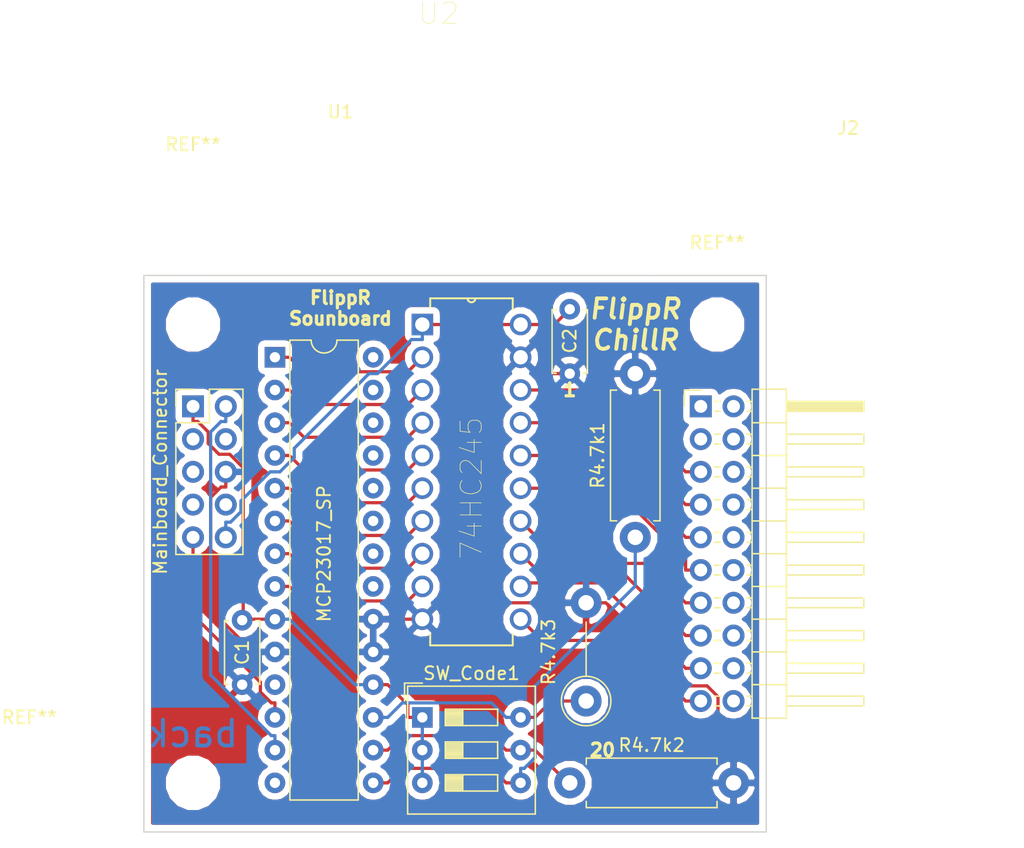
<source format=kicad_pcb>
(kicad_pcb (version 20171130) (host pcbnew 5.0.2)

  (general
    (thickness 1.6)
    (drawings 11)
    (tracks 165)
    (zones 0)
    (modules 13)
    (nets 52)
  )

  (page A4)
  (layers
    (0 F.Cu signal)
    (31 B.Cu signal)
    (33 F.Adhes user)
    (35 F.Paste user)
    (36 B.SilkS user)
    (37 F.SilkS user)
    (38 B.Mask user)
    (39 F.Mask user)
    (40 Dwgs.User user)
    (41 Cmts.User user)
    (42 Eco1.User user)
    (43 Eco2.User user)
    (44 Edge.Cuts user)
    (45 Margin user)
    (46 B.CrtYd user)
    (47 F.CrtYd user)
    (49 F.Fab user)
  )

  (setup
    (last_trace_width 0.25)
    (trace_clearance 0.2)
    (zone_clearance 0.508)
    (zone_45_only no)
    (trace_min 0.2)
    (segment_width 0.2)
    (edge_width 0.1)
    (via_size 0.8)
    (via_drill 0.4)
    (via_min_size 0.4)
    (via_min_drill 0.3)
    (uvia_size 0.3)
    (uvia_drill 0.1)
    (uvias_allowed no)
    (uvia_min_size 0.2)
    (uvia_min_drill 0.1)
    (pcb_text_width 0.3)
    (pcb_text_size 1.5 1.5)
    (mod_edge_width 0.15)
    (mod_text_size 1 1)
    (mod_text_width 0.15)
    (pad_size 1.5 1.5)
    (pad_drill 0.6)
    (pad_to_mask_clearance 0)
    (solder_mask_min_width 0.25)
    (aux_axis_origin 0 0)
    (visible_elements FFFFFF7F)
    (pcbplotparams
      (layerselection 0x010fc_ffffffff)
      (usegerberextensions false)
      (usegerberattributes false)
      (usegerberadvancedattributes false)
      (creategerberjobfile false)
      (excludeedgelayer true)
      (linewidth 0.100000)
      (plotframeref false)
      (viasonmask false)
      (mode 1)
      (useauxorigin false)
      (hpglpennumber 1)
      (hpglpenspeed 20)
      (hpglpendiameter 15.000000)
      (psnegative false)
      (psa4output false)
      (plotreference true)
      (plotvalue true)
      (plotinvisibletext false)
      (padsonsilk false)
      (subtractmaskfromsilk false)
      (outputformat 1)
      (mirror false)
      (drillshape 1)
      (scaleselection 1)
      (outputdirectory ""))
  )

  (net 0 "")
  (net 1 "Net-(U1-Pad1)")
  (net 2 GND)
  (net 3 "Net-(U1-Pad2)")
  (net 4 +3V3)
  (net 5 "Net-(U1-Pad3)")
  (net 6 "Net-(U1-Pad4)")
  (net 7 "Net-(U1-Pad5)")
  (net 8 "Net-(U1-Pad6)")
  (net 9 "Net-(U1-Pad7)")
  (net 10 "Net-(U1-Pad21)")
  (net 11 "Net-(U1-Pad8)")
  (net 12 "Net-(U1-Pad22)")
  (net 13 "Net-(U1-Pad23)")
  (net 14 "Net-(U1-Pad24)")
  (net 15 "Net-(U1-Pad11)")
  (net 16 "Net-(U1-Pad25)")
  (net 17 "Net-(U1-Pad26)")
  (net 18 /SDA)
  (net 19 "Net-(U1-Pad27)")
  (net 20 "Net-(U1-Pad14)")
  (net 21 "Net-(U1-Pad28)")
  (net 22 +5V)
  (net 23 "Net-(J2-Pad6)")
  (net 24 "Net-(J2-Pad8)")
  (net 25 "Net-(J2-Pad10)")
  (net 26 "Net-(J2-Pad12)")
  (net 27 "Net-(J2-Pad14)")
  (net 28 "Net-(J2-Pad16)")
  (net 29 "Net-(J2-Pad18)")
  (net 30 "Net-(J2-Pad20)")
  (net 31 "Net-(J2-Pad1)")
  (net 32 "Net-(J2-Pad2)")
  (net 33 "Net-(J2-Pad3)")
  (net 34 "Net-(J2-Pad4)")
  (net 35 "Net-(J2-Pad5)")
  (net 36 "Net-(J2-Pad7)")
  (net 37 "Net-(J2-Pad9)")
  (net 38 "Net-(J2-Pad11)")
  (net 39 "Net-(J2-Pad13)")
  (net 40 "Net-(J2-Pad17)")
  (net 41 "Net-(J2-Pad19)")
  (net 42 /SCL)
  (net 43 /IRQ)
  (net 44 "Net-(R4.7k3-Pad1)")
  (net 45 "Net-(R4.7k1-Pad1)")
  (net 46 "Net-(R4.7k2-Pad1)")
  (net 47 "Net-(Mainboard_Connector1-Pad3)")
  (net 48 "Net-(Mainboard_Connector1-Pad4)")
  (net 49 "Net-(Mainboard_Connector1-Pad5)")
  (net 50 "Net-(Mainboard_Connector1-Pad7)")
  (net 51 "Net-(Mainboard_Connector1-Pad8)")

  (net_class Default "This is the default net class."
    (clearance 0.2)
    (trace_width 0.25)
    (via_dia 0.8)
    (via_drill 0.4)
    (uvia_dia 0.3)
    (uvia_drill 0.1)
    (add_net +3V3)
    (add_net +5V)
    (add_net /IRQ)
    (add_net /SCL)
    (add_net /SDA)
    (add_net GND)
    (add_net "Net-(J2-Pad1)")
    (add_net "Net-(J2-Pad10)")
    (add_net "Net-(J2-Pad11)")
    (add_net "Net-(J2-Pad12)")
    (add_net "Net-(J2-Pad13)")
    (add_net "Net-(J2-Pad14)")
    (add_net "Net-(J2-Pad16)")
    (add_net "Net-(J2-Pad17)")
    (add_net "Net-(J2-Pad18)")
    (add_net "Net-(J2-Pad19)")
    (add_net "Net-(J2-Pad2)")
    (add_net "Net-(J2-Pad20)")
    (add_net "Net-(J2-Pad3)")
    (add_net "Net-(J2-Pad4)")
    (add_net "Net-(J2-Pad5)")
    (add_net "Net-(J2-Pad6)")
    (add_net "Net-(J2-Pad7)")
    (add_net "Net-(J2-Pad8)")
    (add_net "Net-(J2-Pad9)")
    (add_net "Net-(Mainboard_Connector1-Pad3)")
    (add_net "Net-(Mainboard_Connector1-Pad4)")
    (add_net "Net-(Mainboard_Connector1-Pad5)")
    (add_net "Net-(Mainboard_Connector1-Pad7)")
    (add_net "Net-(Mainboard_Connector1-Pad8)")
    (add_net "Net-(R4.7k1-Pad1)")
    (add_net "Net-(R4.7k2-Pad1)")
    (add_net "Net-(R4.7k3-Pad1)")
    (add_net "Net-(U1-Pad1)")
    (add_net "Net-(U1-Pad11)")
    (add_net "Net-(U1-Pad14)")
    (add_net "Net-(U1-Pad2)")
    (add_net "Net-(U1-Pad21)")
    (add_net "Net-(U1-Pad22)")
    (add_net "Net-(U1-Pad23)")
    (add_net "Net-(U1-Pad24)")
    (add_net "Net-(U1-Pad25)")
    (add_net "Net-(U1-Pad26)")
    (add_net "Net-(U1-Pad27)")
    (add_net "Net-(U1-Pad28)")
    (add_net "Net-(U1-Pad3)")
    (add_net "Net-(U1-Pad4)")
    (add_net "Net-(U1-Pad5)")
    (add_net "Net-(U1-Pad6)")
    (add_net "Net-(U1-Pad7)")
    (add_net "Net-(U1-Pad8)")
  )

  (module Connector_PinHeader_2.54mm:PinHeader_2x05_P2.54mm_Vertical (layer F.Cu) (tedit 5CD49CA4) (tstamp 5CD6DAEF)
    (at 93.98 43.18)
    (descr "Through hole straight pin header, 2x05, 2.54mm pitch, double rows")
    (tags "Through hole pin header THT 2x05 2.54mm double row")
    (path /5CD4D9B7)
    (fp_text reference Mainboard_Connector (at -2.54 5.08 90) (layer F.SilkS)
      (effects (font (size 1 1) (thickness 0.15)))
    )
    (fp_text value Conn_02x05_Counter_Clockwise (at 1.27 12.49) (layer F.Fab)
      (effects (font (size 1 1) (thickness 0.15)))
    )
    (fp_line (start 0 -1.27) (end 3.81 -1.27) (layer F.Fab) (width 0.1))
    (fp_line (start 3.81 -1.27) (end 3.81 11.43) (layer F.Fab) (width 0.1))
    (fp_line (start 3.81 11.43) (end -1.27 11.43) (layer F.Fab) (width 0.1))
    (fp_line (start -1.27 11.43) (end -1.27 0) (layer F.Fab) (width 0.1))
    (fp_line (start -1.27 0) (end 0 -1.27) (layer F.Fab) (width 0.1))
    (fp_line (start -1.33 11.49) (end 3.87 11.49) (layer F.SilkS) (width 0.12))
    (fp_line (start -1.33 1.27) (end -1.33 11.49) (layer F.SilkS) (width 0.12))
    (fp_line (start 3.87 -1.33) (end 3.87 11.49) (layer F.SilkS) (width 0.12))
    (fp_line (start -1.33 1.27) (end 1.27 1.27) (layer F.SilkS) (width 0.12))
    (fp_line (start 1.27 1.27) (end 1.27 -1.33) (layer F.SilkS) (width 0.12))
    (fp_line (start 1.27 -1.33) (end 3.87 -1.33) (layer F.SilkS) (width 0.12))
    (fp_line (start -1.33 0) (end -1.33 -1.33) (layer F.SilkS) (width 0.12))
    (fp_line (start -1.33 -1.33) (end 0 -1.33) (layer F.SilkS) (width 0.12))
    (fp_line (start -1.8 -1.8) (end -1.8 11.95) (layer F.CrtYd) (width 0.05))
    (fp_line (start -1.8 11.95) (end 4.35 11.95) (layer F.CrtYd) (width 0.05))
    (fp_line (start 4.35 11.95) (end 4.35 -1.8) (layer F.CrtYd) (width 0.05))
    (fp_line (start 4.35 -1.8) (end -1.8 -1.8) (layer F.CrtYd) (width 0.05))
    (fp_text user %R (at 1.27 5.08 90) (layer F.Fab)
      (effects (font (size 1 1) (thickness 0.15)))
    )
    (pad 1 thru_hole rect (at 0 0) (size 1.7 1.7) (drill 1) (layers *.Cu *.Mask)
      (net 4 +3V3))
    (pad 2 thru_hole oval (at 2.54 0) (size 1.7 1.7) (drill 1) (layers *.Cu *.Mask)
      (net 18 /SDA))
    (pad 3 thru_hole oval (at 0 2.54) (size 1.7 1.7) (drill 1) (layers *.Cu *.Mask)
      (net 47 "Net-(Mainboard_Connector1-Pad3)"))
    (pad 4 thru_hole oval (at 2.54 2.54) (size 1.7 1.7) (drill 1) (layers *.Cu *.Mask)
      (net 48 "Net-(Mainboard_Connector1-Pad4)"))
    (pad 5 thru_hole oval (at 0 5.08) (size 1.7 1.7) (drill 1) (layers *.Cu *.Mask)
      (net 49 "Net-(Mainboard_Connector1-Pad5)"))
    (pad 6 thru_hole oval (at 2.54 5.08) (size 1.7 1.7) (drill 1) (layers *.Cu *.Mask)
      (net 2 GND))
    (pad 7 thru_hole oval (at 0 7.62) (size 1.7 1.7) (drill 1) (layers *.Cu *.Mask)
      (net 50 "Net-(Mainboard_Connector1-Pad7)"))
    (pad 8 thru_hole oval (at 2.54 7.62) (size 1.7 1.7) (drill 1) (layers *.Cu *.Mask)
      (net 51 "Net-(Mainboard_Connector1-Pad8)"))
    (pad 9 thru_hole oval (at 0 10.16) (size 1.7 1.7) (drill 1) (layers *.Cu *.Mask)
      (net 42 /SCL))
    (pad 10 thru_hole oval (at 2.54 10.16) (size 1.7 1.7) (drill 1) (layers *.Cu *.Mask)
      (net 22 +5V))
    (model ${KISYS3DMOD}/Connector_PinHeader_2.54mm.3dshapes/PinHeader_2x05_P2.54mm_Vertical.wrl
      (at (xyz 0 0 0))
      (scale (xyz 1 1 1))
      (rotate (xyz 0 0 0))
    )
  )

  (module Package_DIP:DIP-28_W7.62mm (layer F.Cu) (tedit 5C5C0B3C) (tstamp 5C5C200B)
    (at 100.33 39.37)
    (descr "28-lead though-hole mounted DIP package, row spacing 7.62 mm (300 mils)")
    (tags "THT DIP DIL PDIP 2.54mm 7.62mm 300mil")
    (path /5C4A2167)
    (fp_text reference U1 (at 5.08 -19.05) (layer F.SilkS)
      (effects (font (size 1 1) (thickness 0.15)))
    )
    (fp_text value MCP23017_SP (at 3.81 15.24 90) (layer F.SilkS)
      (effects (font (size 1 1) (thickness 0.15)))
    )
    (fp_arc (start 3.81 -1.33) (end 2.81 -1.33) (angle -180) (layer F.SilkS) (width 0.12))
    (fp_line (start 1.635 -1.27) (end 6.985 -1.27) (layer F.Fab) (width 0.1))
    (fp_line (start 6.985 -1.27) (end 6.985 34.29) (layer F.Fab) (width 0.1))
    (fp_line (start 6.985 34.29) (end 0.635 34.29) (layer F.Fab) (width 0.1))
    (fp_line (start 0.635 34.29) (end 0.635 -0.27) (layer F.Fab) (width 0.1))
    (fp_line (start 0.635 -0.27) (end 1.635 -1.27) (layer F.Fab) (width 0.1))
    (fp_line (start 2.81 -1.33) (end 1.16 -1.33) (layer F.SilkS) (width 0.12))
    (fp_line (start 1.16 -1.33) (end 1.16 34.35) (layer F.SilkS) (width 0.12))
    (fp_line (start 1.16 34.35) (end 6.46 34.35) (layer F.SilkS) (width 0.12))
    (fp_line (start 6.46 34.35) (end 6.46 -1.33) (layer F.SilkS) (width 0.12))
    (fp_line (start 6.46 -1.33) (end 4.81 -1.33) (layer F.SilkS) (width 0.12))
    (fp_line (start -1.1 -1.55) (end -1.1 34.55) (layer F.CrtYd) (width 0.05))
    (fp_line (start -1.1 34.55) (end 8.7 34.55) (layer F.CrtYd) (width 0.05))
    (fp_line (start 8.7 34.55) (end 8.7 -1.55) (layer F.CrtYd) (width 0.05))
    (fp_line (start 8.7 -1.55) (end -1.1 -1.55) (layer F.CrtYd) (width 0.05))
    (fp_text user %R (at -3.81 -17.78) (layer F.Fab)
      (effects (font (size 1 1) (thickness 0.15)))
    )
    (pad 1 thru_hole rect (at 0 0) (size 1.6 1.6) (drill 0.8) (layers *.Cu *.Mask)
      (net 1 "Net-(U1-Pad1)"))
    (pad 15 thru_hole oval (at 7.62 33.02) (size 1.6 1.6) (drill 0.8) (layers *.Cu *.Mask)
      (net 45 "Net-(R4.7k1-Pad1)"))
    (pad 2 thru_hole oval (at 0 2.54) (size 1.6 1.6) (drill 0.8) (layers *.Cu *.Mask)
      (net 3 "Net-(U1-Pad2)"))
    (pad 16 thru_hole oval (at 7.62 30.48) (size 1.6 1.6) (drill 0.8) (layers *.Cu *.Mask)
      (net 46 "Net-(R4.7k2-Pad1)"))
    (pad 3 thru_hole oval (at 0 5.08) (size 1.6 1.6) (drill 0.8) (layers *.Cu *.Mask)
      (net 5 "Net-(U1-Pad3)"))
    (pad 17 thru_hole oval (at 7.62 27.94) (size 1.6 1.6) (drill 0.8) (layers *.Cu *.Mask)
      (net 44 "Net-(R4.7k3-Pad1)"))
    (pad 4 thru_hole oval (at 0 7.62) (size 1.6 1.6) (drill 0.8) (layers *.Cu *.Mask)
      (net 6 "Net-(U1-Pad4)"))
    (pad 18 thru_hole oval (at 7.62 25.4) (size 1.6 1.6) (drill 0.8) (layers *.Cu *.Mask)
      (net 4 +3V3))
    (pad 5 thru_hole oval (at 0 10.16) (size 1.6 1.6) (drill 0.8) (layers *.Cu *.Mask)
      (net 7 "Net-(U1-Pad5)"))
    (pad 19 thru_hole oval (at 7.62 22.86) (size 1.6 1.6) (drill 0.8) (layers *.Cu *.Mask)
      (net 2 GND))
    (pad 6 thru_hole oval (at 0 12.7) (size 1.6 1.6) (drill 0.8) (layers *.Cu *.Mask)
      (net 8 "Net-(U1-Pad6)"))
    (pad 20 thru_hole oval (at 7.62 20.32) (size 1.6 1.6) (drill 0.8) (layers *.Cu *.Mask)
      (net 2 GND))
    (pad 7 thru_hole oval (at 0 15.24) (size 1.6 1.6) (drill 0.8) (layers *.Cu *.Mask)
      (net 9 "Net-(U1-Pad7)"))
    (pad 21 thru_hole oval (at 7.62 17.78) (size 1.6 1.6) (drill 0.8) (layers *.Cu *.Mask)
      (net 10 "Net-(U1-Pad21)"))
    (pad 8 thru_hole oval (at 0 17.78) (size 1.6 1.6) (drill 0.8) (layers *.Cu *.Mask)
      (net 11 "Net-(U1-Pad8)"))
    (pad 22 thru_hole oval (at 7.62 15.24) (size 1.6 1.6) (drill 0.8) (layers *.Cu *.Mask)
      (net 12 "Net-(U1-Pad22)"))
    (pad 9 thru_hole oval (at 0 20.32) (size 1.6 1.6) (drill 0.8) (layers *.Cu *.Mask)
      (net 4 +3V3))
    (pad 23 thru_hole oval (at 7.62 12.7) (size 1.6 1.6) (drill 0.8) (layers *.Cu *.Mask)
      (net 13 "Net-(U1-Pad23)"))
    (pad 10 thru_hole oval (at 0 22.86) (size 1.6 1.6) (drill 0.8) (layers *.Cu *.Mask)
      (net 2 GND))
    (pad 24 thru_hole oval (at 7.62 10.16) (size 1.6 1.6) (drill 0.8) (layers *.Cu *.Mask)
      (net 14 "Net-(U1-Pad24)"))
    (pad 11 thru_hole oval (at 0 25.4) (size 1.6 1.6) (drill 0.8) (layers *.Cu *.Mask)
      (net 15 "Net-(U1-Pad11)"))
    (pad 25 thru_hole oval (at 7.62 7.62) (size 1.6 1.6) (drill 0.8) (layers *.Cu *.Mask)
      (net 16 "Net-(U1-Pad25)"))
    (pad 12 thru_hole oval (at 0 27.94) (size 1.6 1.6) (drill 0.8) (layers *.Cu *.Mask)
      (net 42 /SCL))
    (pad 26 thru_hole oval (at 7.62 5.08) (size 1.6 1.6) (drill 0.8) (layers *.Cu *.Mask)
      (net 17 "Net-(U1-Pad26)"))
    (pad 13 thru_hole oval (at 0 30.48) (size 1.6 1.6) (drill 0.8) (layers *.Cu *.Mask)
      (net 18 /SDA))
    (pad 27 thru_hole oval (at 7.62 2.54) (size 1.6 1.6) (drill 0.8) (layers *.Cu *.Mask)
      (net 19 "Net-(U1-Pad27)"))
    (pad 14 thru_hole oval (at 0 33.02) (size 1.6 1.6) (drill 0.8) (layers *.Cu *.Mask)
      (net 20 "Net-(U1-Pad14)"))
    (pad 28 thru_hole oval (at 7.62 0) (size 1.6 1.6) (drill 0.8) (layers *.Cu *.Mask)
      (net 21 "Net-(U1-Pad28)"))
    (model ${KISYS3DMOD}/Package_DIP.3dshapes/DIP-28_W7.62mm.wrl
      (at (xyz 0 0 0))
      (scale (xyz 1 1 1))
      (rotate (xyz 0 0 0))
    )
  )

  (module Capacitor_THT:C_Disc_D4.7mm_W2.5mm_P5.00mm (layer F.Cu) (tedit 5AE50EF0) (tstamp 5C6585C4)
    (at 123.19 40.64 90)
    (descr "C, Disc series, Radial, pin pitch=5.00mm, , diameter*width=4.7*2.5mm^2, Capacitor, http://www.vishay.com/docs/45233/krseries.pdf")
    (tags "C Disc series Radial pin pitch 5.00mm  diameter 4.7mm width 2.5mm Capacitor")
    (path /5C68DF77)
    (fp_text reference C2 (at 2.54 0 90) (layer F.SilkS)
      (effects (font (size 1 1) (thickness 0.15)))
    )
    (fp_text value C_Small (at 2.5 2.5 90) (layer F.Fab)
      (effects (font (size 1 1) (thickness 0.15)))
    )
    (fp_line (start 0.15 -1.25) (end 0.15 1.25) (layer F.Fab) (width 0.1))
    (fp_line (start 0.15 1.25) (end 4.85 1.25) (layer F.Fab) (width 0.1))
    (fp_line (start 4.85 1.25) (end 4.85 -1.25) (layer F.Fab) (width 0.1))
    (fp_line (start 4.85 -1.25) (end 0.15 -1.25) (layer F.Fab) (width 0.1))
    (fp_line (start 0.03 -1.37) (end 4.97 -1.37) (layer F.SilkS) (width 0.12))
    (fp_line (start 0.03 1.37) (end 4.97 1.37) (layer F.SilkS) (width 0.12))
    (fp_line (start 0.03 -1.37) (end 0.03 -1.055) (layer F.SilkS) (width 0.12))
    (fp_line (start 0.03 1.055) (end 0.03 1.37) (layer F.SilkS) (width 0.12))
    (fp_line (start 4.97 -1.37) (end 4.97 -1.055) (layer F.SilkS) (width 0.12))
    (fp_line (start 4.97 1.055) (end 4.97 1.37) (layer F.SilkS) (width 0.12))
    (fp_line (start -1.05 -1.5) (end -1.05 1.5) (layer F.CrtYd) (width 0.05))
    (fp_line (start -1.05 1.5) (end 6.05 1.5) (layer F.CrtYd) (width 0.05))
    (fp_line (start 6.05 1.5) (end 6.05 -1.5) (layer F.CrtYd) (width 0.05))
    (fp_line (start 6.05 -1.5) (end -1.05 -1.5) (layer F.CrtYd) (width 0.05))
    (fp_text user %R (at 2.5 0 90) (layer F.Fab)
      (effects (font (size 0.94 0.94) (thickness 0.141)))
    )
    (pad 1 thru_hole circle (at 0 0 90) (size 1.6 1.6) (drill 0.8) (layers *.Cu *.Mask)
      (net 2 GND))
    (pad 2 thru_hole circle (at 5 0 90) (size 1.6 1.6) (drill 0.8) (layers *.Cu *.Mask)
      (net 22 +5V))
    (model ${KISYS3DMOD}/Capacitor_THT.3dshapes/C_Disc_D4.7mm_W2.5mm_P5.00mm.wrl
      (at (xyz 0 0 0))
      (scale (xyz 1 1 1))
      (rotate (xyz 0 0 0))
    )
  )

  (module Connector_PinHeader_2.54mm:PinHeader_2x10_P2.54mm_Horizontal (layer F.Cu) (tedit 59FED5CB) (tstamp 5C5C2121)
    (at 133.35 43.18)
    (descr "Through hole angled pin header, 2x10, 2.54mm pitch, 6mm pin length, double rows")
    (tags "Through hole angled pin header THT 2x10 2.54mm double row")
    (path /5C4A3D78)
    (fp_text reference J2 (at 11.43 -21.59) (layer F.SilkS)
      (effects (font (size 1 1) (thickness 0.15)))
    )
    (fp_text value Conn_02x10_Odd_Even (at 16.51 29.21) (layer F.Fab)
      (effects (font (size 1 1) (thickness 0.15)))
    )
    (fp_line (start 4.675 -1.27) (end 6.58 -1.27) (layer F.Fab) (width 0.1))
    (fp_line (start 6.58 -1.27) (end 6.58 24.13) (layer F.Fab) (width 0.1))
    (fp_line (start 6.58 24.13) (end 4.04 24.13) (layer F.Fab) (width 0.1))
    (fp_line (start 4.04 24.13) (end 4.04 -0.635) (layer F.Fab) (width 0.1))
    (fp_line (start 4.04 -0.635) (end 4.675 -1.27) (layer F.Fab) (width 0.1))
    (fp_line (start -0.32 -0.32) (end 4.04 -0.32) (layer F.Fab) (width 0.1))
    (fp_line (start -0.32 -0.32) (end -0.32 0.32) (layer F.Fab) (width 0.1))
    (fp_line (start -0.32 0.32) (end 4.04 0.32) (layer F.Fab) (width 0.1))
    (fp_line (start 6.58 -0.32) (end 12.58 -0.32) (layer F.Fab) (width 0.1))
    (fp_line (start 12.58 -0.32) (end 12.58 0.32) (layer F.Fab) (width 0.1))
    (fp_line (start 6.58 0.32) (end 12.58 0.32) (layer F.Fab) (width 0.1))
    (fp_line (start -0.32 2.22) (end 4.04 2.22) (layer F.Fab) (width 0.1))
    (fp_line (start -0.32 2.22) (end -0.32 2.86) (layer F.Fab) (width 0.1))
    (fp_line (start -0.32 2.86) (end 4.04 2.86) (layer F.Fab) (width 0.1))
    (fp_line (start 6.58 2.22) (end 12.58 2.22) (layer F.Fab) (width 0.1))
    (fp_line (start 12.58 2.22) (end 12.58 2.86) (layer F.Fab) (width 0.1))
    (fp_line (start 6.58 2.86) (end 12.58 2.86) (layer F.Fab) (width 0.1))
    (fp_line (start -0.32 4.76) (end 4.04 4.76) (layer F.Fab) (width 0.1))
    (fp_line (start -0.32 4.76) (end -0.32 5.4) (layer F.Fab) (width 0.1))
    (fp_line (start -0.32 5.4) (end 4.04 5.4) (layer F.Fab) (width 0.1))
    (fp_line (start 6.58 4.76) (end 12.58 4.76) (layer F.Fab) (width 0.1))
    (fp_line (start 12.58 4.76) (end 12.58 5.4) (layer F.Fab) (width 0.1))
    (fp_line (start 6.58 5.4) (end 12.58 5.4) (layer F.Fab) (width 0.1))
    (fp_line (start -0.32 7.3) (end 4.04 7.3) (layer F.Fab) (width 0.1))
    (fp_line (start -0.32 7.3) (end -0.32 7.94) (layer F.Fab) (width 0.1))
    (fp_line (start -0.32 7.94) (end 4.04 7.94) (layer F.Fab) (width 0.1))
    (fp_line (start 6.58 7.3) (end 12.58 7.3) (layer F.Fab) (width 0.1))
    (fp_line (start 12.58 7.3) (end 12.58 7.94) (layer F.Fab) (width 0.1))
    (fp_line (start 6.58 7.94) (end 12.58 7.94) (layer F.Fab) (width 0.1))
    (fp_line (start -0.32 9.84) (end 4.04 9.84) (layer F.Fab) (width 0.1))
    (fp_line (start -0.32 9.84) (end -0.32 10.48) (layer F.Fab) (width 0.1))
    (fp_line (start -0.32 10.48) (end 4.04 10.48) (layer F.Fab) (width 0.1))
    (fp_line (start 6.58 9.84) (end 12.58 9.84) (layer F.Fab) (width 0.1))
    (fp_line (start 12.58 9.84) (end 12.58 10.48) (layer F.Fab) (width 0.1))
    (fp_line (start 6.58 10.48) (end 12.58 10.48) (layer F.Fab) (width 0.1))
    (fp_line (start -0.32 12.38) (end 4.04 12.38) (layer F.Fab) (width 0.1))
    (fp_line (start -0.32 12.38) (end -0.32 13.02) (layer F.Fab) (width 0.1))
    (fp_line (start -0.32 13.02) (end 4.04 13.02) (layer F.Fab) (width 0.1))
    (fp_line (start 6.58 12.38) (end 12.58 12.38) (layer F.Fab) (width 0.1))
    (fp_line (start 12.58 12.38) (end 12.58 13.02) (layer F.Fab) (width 0.1))
    (fp_line (start 6.58 13.02) (end 12.58 13.02) (layer F.Fab) (width 0.1))
    (fp_line (start -0.32 14.92) (end 4.04 14.92) (layer F.Fab) (width 0.1))
    (fp_line (start -0.32 14.92) (end -0.32 15.56) (layer F.Fab) (width 0.1))
    (fp_line (start -0.32 15.56) (end 4.04 15.56) (layer F.Fab) (width 0.1))
    (fp_line (start 6.58 14.92) (end 12.58 14.92) (layer F.Fab) (width 0.1))
    (fp_line (start 12.58 14.92) (end 12.58 15.56) (layer F.Fab) (width 0.1))
    (fp_line (start 6.58 15.56) (end 12.58 15.56) (layer F.Fab) (width 0.1))
    (fp_line (start -0.32 17.46) (end 4.04 17.46) (layer F.Fab) (width 0.1))
    (fp_line (start -0.32 17.46) (end -0.32 18.1) (layer F.Fab) (width 0.1))
    (fp_line (start -0.32 18.1) (end 4.04 18.1) (layer F.Fab) (width 0.1))
    (fp_line (start 6.58 17.46) (end 12.58 17.46) (layer F.Fab) (width 0.1))
    (fp_line (start 12.58 17.46) (end 12.58 18.1) (layer F.Fab) (width 0.1))
    (fp_line (start 6.58 18.1) (end 12.58 18.1) (layer F.Fab) (width 0.1))
    (fp_line (start -0.32 20) (end 4.04 20) (layer F.Fab) (width 0.1))
    (fp_line (start -0.32 20) (end -0.32 20.64) (layer F.Fab) (width 0.1))
    (fp_line (start -0.32 20.64) (end 4.04 20.64) (layer F.Fab) (width 0.1))
    (fp_line (start 6.58 20) (end 12.58 20) (layer F.Fab) (width 0.1))
    (fp_line (start 12.58 20) (end 12.58 20.64) (layer F.Fab) (width 0.1))
    (fp_line (start 6.58 20.64) (end 12.58 20.64) (layer F.Fab) (width 0.1))
    (fp_line (start -0.32 22.54) (end 4.04 22.54) (layer F.Fab) (width 0.1))
    (fp_line (start -0.32 22.54) (end -0.32 23.18) (layer F.Fab) (width 0.1))
    (fp_line (start -0.32 23.18) (end 4.04 23.18) (layer F.Fab) (width 0.1))
    (fp_line (start 6.58 22.54) (end 12.58 22.54) (layer F.Fab) (width 0.1))
    (fp_line (start 12.58 22.54) (end 12.58 23.18) (layer F.Fab) (width 0.1))
    (fp_line (start 6.58 23.18) (end 12.58 23.18) (layer F.Fab) (width 0.1))
    (fp_line (start 3.98 -1.33) (end 3.98 24.19) (layer F.SilkS) (width 0.12))
    (fp_line (start 3.98 24.19) (end 6.64 24.19) (layer F.SilkS) (width 0.12))
    (fp_line (start 6.64 24.19) (end 6.64 -1.33) (layer F.SilkS) (width 0.12))
    (fp_line (start 6.64 -1.33) (end 3.98 -1.33) (layer F.SilkS) (width 0.12))
    (fp_line (start 6.64 -0.38) (end 12.64 -0.38) (layer F.SilkS) (width 0.12))
    (fp_line (start 12.64 -0.38) (end 12.64 0.38) (layer F.SilkS) (width 0.12))
    (fp_line (start 12.64 0.38) (end 6.64 0.38) (layer F.SilkS) (width 0.12))
    (fp_line (start 6.64 -0.32) (end 12.64 -0.32) (layer F.SilkS) (width 0.12))
    (fp_line (start 6.64 -0.2) (end 12.64 -0.2) (layer F.SilkS) (width 0.12))
    (fp_line (start 6.64 -0.08) (end 12.64 -0.08) (layer F.SilkS) (width 0.12))
    (fp_line (start 6.64 0.04) (end 12.64 0.04) (layer F.SilkS) (width 0.12))
    (fp_line (start 6.64 0.16) (end 12.64 0.16) (layer F.SilkS) (width 0.12))
    (fp_line (start 6.64 0.28) (end 12.64 0.28) (layer F.SilkS) (width 0.12))
    (fp_line (start 3.582929 -0.38) (end 3.98 -0.38) (layer F.SilkS) (width 0.12))
    (fp_line (start 3.582929 0.38) (end 3.98 0.38) (layer F.SilkS) (width 0.12))
    (fp_line (start 1.11 -0.38) (end 1.497071 -0.38) (layer F.SilkS) (width 0.12))
    (fp_line (start 1.11 0.38) (end 1.497071 0.38) (layer F.SilkS) (width 0.12))
    (fp_line (start 3.98 1.27) (end 6.64 1.27) (layer F.SilkS) (width 0.12))
    (fp_line (start 6.64 2.16) (end 12.64 2.16) (layer F.SilkS) (width 0.12))
    (fp_line (start 12.64 2.16) (end 12.64 2.92) (layer F.SilkS) (width 0.12))
    (fp_line (start 12.64 2.92) (end 6.64 2.92) (layer F.SilkS) (width 0.12))
    (fp_line (start 3.582929 2.16) (end 3.98 2.16) (layer F.SilkS) (width 0.12))
    (fp_line (start 3.582929 2.92) (end 3.98 2.92) (layer F.SilkS) (width 0.12))
    (fp_line (start 1.042929 2.16) (end 1.497071 2.16) (layer F.SilkS) (width 0.12))
    (fp_line (start 1.042929 2.92) (end 1.497071 2.92) (layer F.SilkS) (width 0.12))
    (fp_line (start 3.98 3.81) (end 6.64 3.81) (layer F.SilkS) (width 0.12))
    (fp_line (start 6.64 4.7) (end 12.64 4.7) (layer F.SilkS) (width 0.12))
    (fp_line (start 12.64 4.7) (end 12.64 5.46) (layer F.SilkS) (width 0.12))
    (fp_line (start 12.64 5.46) (end 6.64 5.46) (layer F.SilkS) (width 0.12))
    (fp_line (start 3.582929 4.7) (end 3.98 4.7) (layer F.SilkS) (width 0.12))
    (fp_line (start 3.582929 5.46) (end 3.98 5.46) (layer F.SilkS) (width 0.12))
    (fp_line (start 1.042929 4.7) (end 1.497071 4.7) (layer F.SilkS) (width 0.12))
    (fp_line (start 1.042929 5.46) (end 1.497071 5.46) (layer F.SilkS) (width 0.12))
    (fp_line (start 3.98 6.35) (end 6.64 6.35) (layer F.SilkS) (width 0.12))
    (fp_line (start 6.64 7.24) (end 12.64 7.24) (layer F.SilkS) (width 0.12))
    (fp_line (start 12.64 7.24) (end 12.64 8) (layer F.SilkS) (width 0.12))
    (fp_line (start 12.64 8) (end 6.64 8) (layer F.SilkS) (width 0.12))
    (fp_line (start 3.582929 7.24) (end 3.98 7.24) (layer F.SilkS) (width 0.12))
    (fp_line (start 3.582929 8) (end 3.98 8) (layer F.SilkS) (width 0.12))
    (fp_line (start 1.042929 7.24) (end 1.497071 7.24) (layer F.SilkS) (width 0.12))
    (fp_line (start 1.042929 8) (end 1.497071 8) (layer F.SilkS) (width 0.12))
    (fp_line (start 3.98 8.89) (end 6.64 8.89) (layer F.SilkS) (width 0.12))
    (fp_line (start 6.64 9.78) (end 12.64 9.78) (layer F.SilkS) (width 0.12))
    (fp_line (start 12.64 9.78) (end 12.64 10.54) (layer F.SilkS) (width 0.12))
    (fp_line (start 12.64 10.54) (end 6.64 10.54) (layer F.SilkS) (width 0.12))
    (fp_line (start 3.582929 9.78) (end 3.98 9.78) (layer F.SilkS) (width 0.12))
    (fp_line (start 3.582929 10.54) (end 3.98 10.54) (layer F.SilkS) (width 0.12))
    (fp_line (start 1.042929 9.78) (end 1.497071 9.78) (layer F.SilkS) (width 0.12))
    (fp_line (start 1.042929 10.54) (end 1.497071 10.54) (layer F.SilkS) (width 0.12))
    (fp_line (start 3.98 11.43) (end 6.64 11.43) (layer F.SilkS) (width 0.12))
    (fp_line (start 6.64 12.32) (end 12.64 12.32) (layer F.SilkS) (width 0.12))
    (fp_line (start 12.64 12.32) (end 12.64 13.08) (layer F.SilkS) (width 0.12))
    (fp_line (start 12.64 13.08) (end 6.64 13.08) (layer F.SilkS) (width 0.12))
    (fp_line (start 3.582929 12.32) (end 3.98 12.32) (layer F.SilkS) (width 0.12))
    (fp_line (start 3.582929 13.08) (end 3.98 13.08) (layer F.SilkS) (width 0.12))
    (fp_line (start 1.042929 12.32) (end 1.497071 12.32) (layer F.SilkS) (width 0.12))
    (fp_line (start 1.042929 13.08) (end 1.497071 13.08) (layer F.SilkS) (width 0.12))
    (fp_line (start 3.98 13.97) (end 6.64 13.97) (layer F.SilkS) (width 0.12))
    (fp_line (start 6.64 14.86) (end 12.64 14.86) (layer F.SilkS) (width 0.12))
    (fp_line (start 12.64 14.86) (end 12.64 15.62) (layer F.SilkS) (width 0.12))
    (fp_line (start 12.64 15.62) (end 6.64 15.62) (layer F.SilkS) (width 0.12))
    (fp_line (start 3.582929 14.86) (end 3.98 14.86) (layer F.SilkS) (width 0.12))
    (fp_line (start 3.582929 15.62) (end 3.98 15.62) (layer F.SilkS) (width 0.12))
    (fp_line (start 1.042929 14.86) (end 1.497071 14.86) (layer F.SilkS) (width 0.12))
    (fp_line (start 1.042929 15.62) (end 1.497071 15.62) (layer F.SilkS) (width 0.12))
    (fp_line (start 3.98 16.51) (end 6.64 16.51) (layer F.SilkS) (width 0.12))
    (fp_line (start 6.64 17.4) (end 12.64 17.4) (layer F.SilkS) (width 0.12))
    (fp_line (start 12.64 17.4) (end 12.64 18.16) (layer F.SilkS) (width 0.12))
    (fp_line (start 12.64 18.16) (end 6.64 18.16) (layer F.SilkS) (width 0.12))
    (fp_line (start 3.582929 17.4) (end 3.98 17.4) (layer F.SilkS) (width 0.12))
    (fp_line (start 3.582929 18.16) (end 3.98 18.16) (layer F.SilkS) (width 0.12))
    (fp_line (start 1.042929 17.4) (end 1.497071 17.4) (layer F.SilkS) (width 0.12))
    (fp_line (start 1.042929 18.16) (end 1.497071 18.16) (layer F.SilkS) (width 0.12))
    (fp_line (start 3.98 19.05) (end 6.64 19.05) (layer F.SilkS) (width 0.12))
    (fp_line (start 6.64 19.94) (end 12.64 19.94) (layer F.SilkS) (width 0.12))
    (fp_line (start 12.64 19.94) (end 12.64 20.7) (layer F.SilkS) (width 0.12))
    (fp_line (start 12.64 20.7) (end 6.64 20.7) (layer F.SilkS) (width 0.12))
    (fp_line (start 3.582929 19.94) (end 3.98 19.94) (layer F.SilkS) (width 0.12))
    (fp_line (start 3.582929 20.7) (end 3.98 20.7) (layer F.SilkS) (width 0.12))
    (fp_line (start 1.042929 19.94) (end 1.497071 19.94) (layer F.SilkS) (width 0.12))
    (fp_line (start 1.042929 20.7) (end 1.497071 20.7) (layer F.SilkS) (width 0.12))
    (fp_line (start 3.98 21.59) (end 6.64 21.59) (layer F.SilkS) (width 0.12))
    (fp_line (start 6.64 22.48) (end 12.64 22.48) (layer F.SilkS) (width 0.12))
    (fp_line (start 12.64 22.48) (end 12.64 23.24) (layer F.SilkS) (width 0.12))
    (fp_line (start 12.64 23.24) (end 6.64 23.24) (layer F.SilkS) (width 0.12))
    (fp_line (start 3.582929 22.48) (end 3.98 22.48) (layer F.SilkS) (width 0.12))
    (fp_line (start 3.582929 23.24) (end 3.98 23.24) (layer F.SilkS) (width 0.12))
    (fp_line (start 1.042929 22.48) (end 1.497071 22.48) (layer F.SilkS) (width 0.12))
    (fp_line (start 1.042929 23.24) (end 1.497071 23.24) (layer F.SilkS) (width 0.12))
    (fp_line (start -1.27 0) (end -1.27 -1.27) (layer F.SilkS) (width 0.12))
    (fp_line (start -1.27 -1.27) (end 0 -1.27) (layer F.SilkS) (width 0.12))
    (fp_line (start -1.8 -1.8) (end -1.8 24.65) (layer F.CrtYd) (width 0.05))
    (fp_line (start -1.8 24.65) (end 13.1 24.65) (layer F.CrtYd) (width 0.05))
    (fp_line (start 13.1 24.65) (end 13.1 -1.8) (layer F.CrtYd) (width 0.05))
    (fp_line (start 13.1 -1.8) (end -1.8 -1.8) (layer F.CrtYd) (width 0.05))
    (fp_text user %R (at 5.31 11.43 90) (layer F.Fab)
      (effects (font (size 1 1) (thickness 0.15)))
    )
    (pad 1 thru_hole rect (at 0 0) (size 1.7 1.7) (drill 1) (layers *.Cu *.Mask)
      (net 31 "Net-(J2-Pad1)"))
    (pad 2 thru_hole oval (at 2.54 0) (size 1.7 1.7) (drill 1) (layers *.Cu *.Mask)
      (net 32 "Net-(J2-Pad2)"))
    (pad 3 thru_hole oval (at 0 2.54) (size 1.7 1.7) (drill 1) (layers *.Cu *.Mask)
      (net 33 "Net-(J2-Pad3)"))
    (pad 4 thru_hole oval (at 2.54 2.54) (size 1.7 1.7) (drill 1) (layers *.Cu *.Mask)
      (net 34 "Net-(J2-Pad4)"))
    (pad 5 thru_hole oval (at 0 5.08) (size 1.7 1.7) (drill 1) (layers *.Cu *.Mask)
      (net 35 "Net-(J2-Pad5)"))
    (pad 6 thru_hole oval (at 2.54 5.08) (size 1.7 1.7) (drill 1) (layers *.Cu *.Mask)
      (net 23 "Net-(J2-Pad6)"))
    (pad 7 thru_hole oval (at 0 7.62) (size 1.7 1.7) (drill 1) (layers *.Cu *.Mask)
      (net 36 "Net-(J2-Pad7)"))
    (pad 8 thru_hole oval (at 2.54 7.62) (size 1.7 1.7) (drill 1) (layers *.Cu *.Mask)
      (net 24 "Net-(J2-Pad8)"))
    (pad 9 thru_hole oval (at 0 10.16) (size 1.7 1.7) (drill 1) (layers *.Cu *.Mask)
      (net 37 "Net-(J2-Pad9)"))
    (pad 10 thru_hole oval (at 2.54 10.16) (size 1.7 1.7) (drill 1) (layers *.Cu *.Mask)
      (net 25 "Net-(J2-Pad10)"))
    (pad 11 thru_hole oval (at 0 12.7) (size 1.7 1.7) (drill 1) (layers *.Cu *.Mask)
      (net 38 "Net-(J2-Pad11)"))
    (pad 12 thru_hole oval (at 2.54 12.7) (size 1.7 1.7) (drill 1) (layers *.Cu *.Mask)
      (net 26 "Net-(J2-Pad12)"))
    (pad 13 thru_hole oval (at 0 15.24) (size 1.7 1.7) (drill 1) (layers *.Cu *.Mask)
      (net 39 "Net-(J2-Pad13)"))
    (pad 14 thru_hole oval (at 2.54 15.24) (size 1.7 1.7) (drill 1) (layers *.Cu *.Mask)
      (net 27 "Net-(J2-Pad14)"))
    (pad 15 thru_hole oval (at 0 17.78) (size 1.7 1.7) (drill 1) (layers *.Cu *.Mask)
      (net 43 /IRQ))
    (pad 16 thru_hole oval (at 2.54 17.78) (size 1.7 1.7) (drill 1) (layers *.Cu *.Mask)
      (net 28 "Net-(J2-Pad16)"))
    (pad 17 thru_hole oval (at 0 20.32) (size 1.7 1.7) (drill 1) (layers *.Cu *.Mask)
      (net 40 "Net-(J2-Pad17)"))
    (pad 18 thru_hole oval (at 2.54 20.32) (size 1.7 1.7) (drill 1) (layers *.Cu *.Mask)
      (net 29 "Net-(J2-Pad18)"))
    (pad 19 thru_hole oval (at 0 22.86) (size 1.7 1.7) (drill 1) (layers *.Cu *.Mask)
      (net 41 "Net-(J2-Pad19)"))
    (pad 20 thru_hole oval (at 2.54 22.86) (size 1.7 1.7) (drill 1) (layers *.Cu *.Mask)
      (net 30 "Net-(J2-Pad20)"))
    (model ${KISYS3DMOD}/Connector_PinHeader_2.54mm.3dshapes/PinHeader_2x10_P2.54mm_Horizontal.wrl
      (at (xyz 0 0 0))
      (scale (xyz 1 1 1))
      (rotate (xyz 0 0 0))
    )
  )

  (module Capacitor_THT:C_Disc_D4.7mm_W2.5mm_P5.00mm (layer F.Cu) (tedit 5AE50EF0) (tstamp 5C6586C2)
    (at 97.79 64.77 90)
    (descr "C, Disc series, Radial, pin pitch=5.00mm, , diameter*width=4.7*2.5mm^2, Capacitor, http://www.vishay.com/docs/45233/krseries.pdf")
    (tags "C Disc series Radial pin pitch 5.00mm  diameter 4.7mm width 2.5mm Capacitor")
    (path /5C68E091)
    (fp_text reference C1 (at 2.5 0 90) (layer F.SilkS)
      (effects (font (size 1 1) (thickness 0.15)))
    )
    (fp_text value C_Small (at 2.5 2.5 90) (layer F.Fab)
      (effects (font (size 1 1) (thickness 0.15)))
    )
    (fp_text user %R (at 2.5 0 90) (layer F.Fab)
      (effects (font (size 0.94 0.94) (thickness 0.141)))
    )
    (fp_line (start 6.05 -1.5) (end -1.05 -1.5) (layer F.CrtYd) (width 0.05))
    (fp_line (start 6.05 1.5) (end 6.05 -1.5) (layer F.CrtYd) (width 0.05))
    (fp_line (start -1.05 1.5) (end 6.05 1.5) (layer F.CrtYd) (width 0.05))
    (fp_line (start -1.05 -1.5) (end -1.05 1.5) (layer F.CrtYd) (width 0.05))
    (fp_line (start 4.97 1.055) (end 4.97 1.37) (layer F.SilkS) (width 0.12))
    (fp_line (start 4.97 -1.37) (end 4.97 -1.055) (layer F.SilkS) (width 0.12))
    (fp_line (start 0.03 1.055) (end 0.03 1.37) (layer F.SilkS) (width 0.12))
    (fp_line (start 0.03 -1.37) (end 0.03 -1.055) (layer F.SilkS) (width 0.12))
    (fp_line (start 0.03 1.37) (end 4.97 1.37) (layer F.SilkS) (width 0.12))
    (fp_line (start 0.03 -1.37) (end 4.97 -1.37) (layer F.SilkS) (width 0.12))
    (fp_line (start 4.85 -1.25) (end 0.15 -1.25) (layer F.Fab) (width 0.1))
    (fp_line (start 4.85 1.25) (end 4.85 -1.25) (layer F.Fab) (width 0.1))
    (fp_line (start 0.15 1.25) (end 4.85 1.25) (layer F.Fab) (width 0.1))
    (fp_line (start 0.15 -1.25) (end 0.15 1.25) (layer F.Fab) (width 0.1))
    (pad 2 thru_hole circle (at 5 0 90) (size 1.6 1.6) (drill 0.8) (layers *.Cu *.Mask)
      (net 4 +3V3))
    (pad 1 thru_hole circle (at 0 0 90) (size 1.6 1.6) (drill 0.8) (layers *.Cu *.Mask)
      (net 2 GND))
    (model ${KISYS3DMOD}/Capacitor_THT.3dshapes/C_Disc_D4.7mm_W2.5mm_P5.00mm.wrl
      (at (xyz 0 0 0))
      (scale (xyz 1 1 1))
      (rotate (xyz 0 0 0))
    )
  )

  (module 74HCT245N:DIP254P762X420-20 (layer F.Cu) (tedit 0) (tstamp 5C5C1EEE)
    (at 119.38 59.69)
    (path /5C4A240D)
    (fp_text reference U2 (at -6.35 -46.99) (layer F.SilkS)
      (effects (font (size 1.64289 1.64289) (thickness 0.05)))
    )
    (fp_text value 74HC245 (at -3.81 -10.16 90) (layer F.SilkS)
      (effects (font (size 1.6412 1.6412) (thickness 0.05)))
    )
    (fp_line (start -0.6096 -24.0284) (end -0.6096 -24.892) (layer F.SilkS) (width 0.1524))
    (fp_line (start -7.0104 2.032) (end -0.6096 2.032) (layer F.SilkS) (width 0.1524))
    (fp_line (start -0.6096 2.032) (end -0.6096 1.1684) (layer F.SilkS) (width 0.1524))
    (fp_line (start -0.6096 -24.892) (end -3.5052 -24.892) (layer F.SilkS) (width 0.1524))
    (fp_line (start -3.5052 -24.892) (end -4.1148 -24.892) (layer F.SilkS) (width 0.1524))
    (fp_line (start -4.1148 -24.892) (end -7.0104 -24.892) (layer F.SilkS) (width 0.1524))
    (fp_line (start -7.0104 -24.892) (end -7.0104 -24.1808) (layer F.SilkS) (width 0.1524))
    (fp_line (start -7.0104 1.1684) (end -7.0104 2.032) (layer F.SilkS) (width 0.1524))
    (fp_arc (start -3.81 -24.892) (end -4.1148 -24.892) (angle -180) (layer F.SilkS) (width 0.1524))
    (fp_line (start -7.0104 -22.3012) (end -7.0104 -23.4188) (layer Dwgs.User) (width 0.1))
    (fp_line (start -7.0104 -23.4188) (end -8.1788 -23.4188) (layer Dwgs.User) (width 0.1))
    (fp_line (start -8.1788 -23.4188) (end -8.1788 -22.3012) (layer Dwgs.User) (width 0.1))
    (fp_line (start -8.1788 -22.3012) (end -7.0104 -22.3012) (layer Dwgs.User) (width 0.1))
    (fp_line (start -7.0104 -19.7612) (end -7.0104 -20.8788) (layer Dwgs.User) (width 0.1))
    (fp_line (start -7.0104 -20.8788) (end -8.1788 -20.8788) (layer Dwgs.User) (width 0.1))
    (fp_line (start -8.1788 -20.8788) (end -8.1788 -19.7612) (layer Dwgs.User) (width 0.1))
    (fp_line (start -8.1788 -19.7612) (end -7.0104 -19.7612) (layer Dwgs.User) (width 0.1))
    (fp_line (start -7.0104 -17.2212) (end -7.0104 -18.3388) (layer Dwgs.User) (width 0.1))
    (fp_line (start -7.0104 -18.3388) (end -8.1788 -18.3388) (layer Dwgs.User) (width 0.1))
    (fp_line (start -8.1788 -18.3388) (end -8.1788 -17.2212) (layer Dwgs.User) (width 0.1))
    (fp_line (start -8.1788 -17.2212) (end -7.0104 -17.2212) (layer Dwgs.User) (width 0.1))
    (fp_line (start -7.0104 -14.6812) (end -7.0104 -15.7988) (layer Dwgs.User) (width 0.1))
    (fp_line (start -7.0104 -15.7988) (end -8.1788 -15.7988) (layer Dwgs.User) (width 0.1))
    (fp_line (start -8.1788 -15.7988) (end -8.1788 -14.6812) (layer Dwgs.User) (width 0.1))
    (fp_line (start -8.1788 -14.6812) (end -7.0104 -14.6812) (layer Dwgs.User) (width 0.1))
    (fp_line (start -7.0104 -12.1412) (end -7.0104 -13.2588) (layer Dwgs.User) (width 0.1))
    (fp_line (start -7.0104 -13.2588) (end -8.1788 -13.2588) (layer Dwgs.User) (width 0.1))
    (fp_line (start -8.1788 -13.2588) (end -8.1788 -12.1412) (layer Dwgs.User) (width 0.1))
    (fp_line (start -8.1788 -12.1412) (end -7.0104 -12.1412) (layer Dwgs.User) (width 0.1))
    (fp_line (start -7.0104 -9.6012) (end -7.0104 -10.7188) (layer Dwgs.User) (width 0.1))
    (fp_line (start -7.0104 -10.7188) (end -8.1788 -10.7188) (layer Dwgs.User) (width 0.1))
    (fp_line (start -8.1788 -10.7188) (end -8.1788 -9.6012) (layer Dwgs.User) (width 0.1))
    (fp_line (start -8.1788 -9.6012) (end -7.0104 -9.6012) (layer Dwgs.User) (width 0.1))
    (fp_line (start -7.0104 -7.0612) (end -7.0104 -8.1788) (layer Dwgs.User) (width 0.1))
    (fp_line (start -7.0104 -8.1788) (end -8.1788 -8.1788) (layer Dwgs.User) (width 0.1))
    (fp_line (start -8.1788 -8.1788) (end -8.1788 -7.0612) (layer Dwgs.User) (width 0.1))
    (fp_line (start -8.1788 -7.0612) (end -7.0104 -7.0612) (layer Dwgs.User) (width 0.1))
    (fp_line (start -7.0104 -4.5212) (end -7.0104 -5.6388) (layer Dwgs.User) (width 0.1))
    (fp_line (start -7.0104 -5.6388) (end -8.1788 -5.6388) (layer Dwgs.User) (width 0.1))
    (fp_line (start -8.1788 -5.6388) (end -8.1788 -4.5212) (layer Dwgs.User) (width 0.1))
    (fp_line (start -8.1788 -4.5212) (end -7.0104 -4.5212) (layer Dwgs.User) (width 0.1))
    (fp_line (start -7.0104 -1.9812) (end -7.0104 -3.0988) (layer Dwgs.User) (width 0.1))
    (fp_line (start -7.0104 -3.0988) (end -8.1788 -3.0988) (layer Dwgs.User) (width 0.1))
    (fp_line (start -8.1788 -3.0988) (end -8.1788 -1.9812) (layer Dwgs.User) (width 0.1))
    (fp_line (start -8.1788 -1.9812) (end -7.0104 -1.9812) (layer Dwgs.User) (width 0.1))
    (fp_line (start -7.0104 0.5588) (end -7.0104 -0.5588) (layer Dwgs.User) (width 0.1))
    (fp_line (start -7.0104 -0.5588) (end -8.1788 -0.5588) (layer Dwgs.User) (width 0.1))
    (fp_line (start -8.1788 -0.5588) (end -8.1788 0.5588) (layer Dwgs.User) (width 0.1))
    (fp_line (start -8.1788 0.5588) (end -7.0104 0.5588) (layer Dwgs.User) (width 0.1))
    (fp_line (start -0.6096 -0.5588) (end -0.6096 0.5588) (layer Dwgs.User) (width 0.1))
    (fp_line (start -0.6096 0.5588) (end 0.5588 0.5588) (layer Dwgs.User) (width 0.1))
    (fp_line (start 0.5588 0.5588) (end 0.5588 -0.5588) (layer Dwgs.User) (width 0.1))
    (fp_line (start 0.5588 -0.5588) (end -0.6096 -0.5588) (layer Dwgs.User) (width 0.1))
    (fp_line (start -0.6096 -3.0988) (end -0.6096 -1.9812) (layer Dwgs.User) (width 0.1))
    (fp_line (start -0.6096 -1.9812) (end 0.5588 -1.9812) (layer Dwgs.User) (width 0.1))
    (fp_line (start 0.5588 -1.9812) (end 0.5588 -3.0988) (layer Dwgs.User) (width 0.1))
    (fp_line (start 0.5588 -3.0988) (end -0.6096 -3.0988) (layer Dwgs.User) (width 0.1))
    (fp_line (start -0.6096 -5.6388) (end -0.6096 -4.5212) (layer Dwgs.User) (width 0.1))
    (fp_line (start -0.6096 -4.5212) (end 0.5588 -4.5212) (layer Dwgs.User) (width 0.1))
    (fp_line (start 0.5588 -4.5212) (end 0.5588 -5.6388) (layer Dwgs.User) (width 0.1))
    (fp_line (start 0.5588 -5.6388) (end -0.6096 -5.6388) (layer Dwgs.User) (width 0.1))
    (fp_line (start -0.6096 -8.1788) (end -0.6096 -7.0612) (layer Dwgs.User) (width 0.1))
    (fp_line (start -0.6096 -7.0612) (end 0.5588 -7.0612) (layer Dwgs.User) (width 0.1))
    (fp_line (start 0.5588 -7.0612) (end 0.5588 -8.1788) (layer Dwgs.User) (width 0.1))
    (fp_line (start 0.5588 -8.1788) (end -0.6096 -8.1788) (layer Dwgs.User) (width 0.1))
    (fp_line (start -0.6096 -10.7188) (end -0.6096 -9.6012) (layer Dwgs.User) (width 0.1))
    (fp_line (start -0.6096 -9.6012) (end 0.5588 -9.6012) (layer Dwgs.User) (width 0.1))
    (fp_line (start 0.5588 -9.6012) (end 0.5588 -10.7188) (layer Dwgs.User) (width 0.1))
    (fp_line (start 0.5588 -10.7188) (end -0.6096 -10.7188) (layer Dwgs.User) (width 0.1))
    (fp_line (start -0.6096 -13.2588) (end -0.6096 -12.1412) (layer Dwgs.User) (width 0.1))
    (fp_line (start -0.6096 -12.1412) (end 0.5588 -12.1412) (layer Dwgs.User) (width 0.1))
    (fp_line (start 0.5588 -12.1412) (end 0.5588 -13.2588) (layer Dwgs.User) (width 0.1))
    (fp_line (start 0.5588 -13.2588) (end -0.6096 -13.2588) (layer Dwgs.User) (width 0.1))
    (fp_line (start -0.6096 -15.7988) (end -0.6096 -14.6812) (layer Dwgs.User) (width 0.1))
    (fp_line (start -0.6096 -14.6812) (end 0.5588 -14.6812) (layer Dwgs.User) (width 0.1))
    (fp_line (start 0.5588 -14.6812) (end 0.5588 -15.7988) (layer Dwgs.User) (width 0.1))
    (fp_line (start 0.5588 -15.7988) (end -0.6096 -15.7988) (layer Dwgs.User) (width 0.1))
    (fp_line (start -0.6096 -18.3388) (end -0.6096 -17.2212) (layer Dwgs.User) (width 0.1))
    (fp_line (start -0.6096 -17.2212) (end 0.5588 -17.2212) (layer Dwgs.User) (width 0.1))
    (fp_line (start 0.5588 -17.2212) (end 0.5588 -18.3388) (layer Dwgs.User) (width 0.1))
    (fp_line (start 0.5588 -18.3388) (end -0.6096 -18.3388) (layer Dwgs.User) (width 0.1))
    (fp_line (start -0.6096 -20.8788) (end -0.6096 -19.7612) (layer Dwgs.User) (width 0.1))
    (fp_line (start -0.6096 -19.7612) (end 0.5588 -19.7612) (layer Dwgs.User) (width 0.1))
    (fp_line (start 0.5588 -19.7612) (end 0.5588 -20.8788) (layer Dwgs.User) (width 0.1))
    (fp_line (start 0.5588 -20.8788) (end -0.6096 -20.8788) (layer Dwgs.User) (width 0.1))
    (fp_line (start -0.6096 -23.4188) (end -0.6096 -22.3012) (layer Dwgs.User) (width 0.1))
    (fp_line (start -0.6096 -22.3012) (end 0.5588 -22.3012) (layer Dwgs.User) (width 0.1))
    (fp_line (start 0.5588 -22.3012) (end 0.5588 -23.4188) (layer Dwgs.User) (width 0.1))
    (fp_line (start 0.5588 -23.4188) (end -0.6096 -23.4188) (layer Dwgs.User) (width 0.1))
    (fp_line (start -7.0104 2.032) (end -0.6096 2.032) (layer Dwgs.User) (width 0.1))
    (fp_line (start -0.6096 2.032) (end -0.6096 -24.892) (layer Dwgs.User) (width 0.1))
    (fp_line (start -0.6096 -24.892) (end -3.5052 -24.892) (layer Dwgs.User) (width 0.1))
    (fp_line (start -3.5052 -24.892) (end -4.1148 -24.892) (layer Dwgs.User) (width 0.1))
    (fp_line (start -4.1148 -24.892) (end -7.0104 -24.892) (layer Dwgs.User) (width 0.1))
    (fp_line (start -7.0104 -24.892) (end -7.0104 2.032) (layer Dwgs.User) (width 0.1))
    (fp_arc (start -3.81 -24.892) (end -4.1148 -24.892) (angle -180) (layer Dwgs.User) (width 0.1))
    (pad 1 thru_hole rect (at -7.62 -22.86) (size 1.6764 1.6764) (drill 1.1176) (layers *.Cu *.Mask)
      (net 22 +5V))
    (pad 2 thru_hole circle (at -7.62 -20.32) (size 1.6764 1.6764) (drill 1.1176) (layers *.Cu *.Mask)
      (net 1 "Net-(U1-Pad1)"))
    (pad 3 thru_hole circle (at -7.62 -17.78) (size 1.6764 1.6764) (drill 1.1176) (layers *.Cu *.Mask)
      (net 3 "Net-(U1-Pad2)"))
    (pad 4 thru_hole circle (at -7.62 -15.24) (size 1.6764 1.6764) (drill 1.1176) (layers *.Cu *.Mask)
      (net 5 "Net-(U1-Pad3)"))
    (pad 5 thru_hole circle (at -7.62 -12.7) (size 1.6764 1.6764) (drill 1.1176) (layers *.Cu *.Mask)
      (net 6 "Net-(U1-Pad4)"))
    (pad 6 thru_hole circle (at -7.62 -10.16) (size 1.6764 1.6764) (drill 1.1176) (layers *.Cu *.Mask)
      (net 7 "Net-(U1-Pad5)"))
    (pad 7 thru_hole circle (at -7.62 -7.62) (size 1.6764 1.6764) (drill 1.1176) (layers *.Cu *.Mask)
      (net 8 "Net-(U1-Pad6)"))
    (pad 8 thru_hole circle (at -7.62 -5.08) (size 1.6764 1.6764) (drill 1.1176) (layers *.Cu *.Mask)
      (net 9 "Net-(U1-Pad7)"))
    (pad 9 thru_hole circle (at -7.62 -2.54) (size 1.6764 1.6764) (drill 1.1176) (layers *.Cu *.Mask)
      (net 11 "Net-(U1-Pad8)"))
    (pad 10 thru_hole circle (at -7.62 0) (size 1.6764 1.6764) (drill 1.1176) (layers *.Cu *.Mask)
      (net 2 GND))
    (pad 11 thru_hole circle (at 0 0) (size 1.6764 1.6764) (drill 1.1176) (layers *.Cu *.Mask)
      (net 41 "Net-(J2-Pad19)"))
    (pad 12 thru_hole circle (at 0 -2.54) (size 1.6764 1.6764) (drill 1.1176) (layers *.Cu *.Mask)
      (net 40 "Net-(J2-Pad17)"))
    (pad 13 thru_hole circle (at 0 -5.08) (size 1.6764 1.6764) (drill 1.1176) (layers *.Cu *.Mask)
      (net 43 /IRQ))
    (pad 14 thru_hole circle (at 0 -7.62) (size 1.6764 1.6764) (drill 1.1176) (layers *.Cu *.Mask)
      (net 39 "Net-(J2-Pad13)"))
    (pad 15 thru_hole circle (at 0 -10.16) (size 1.6764 1.6764) (drill 1.1176) (layers *.Cu *.Mask)
      (net 38 "Net-(J2-Pad11)"))
    (pad 16 thru_hole circle (at 0 -12.7) (size 1.6764 1.6764) (drill 1.1176) (layers *.Cu *.Mask)
      (net 37 "Net-(J2-Pad9)"))
    (pad 17 thru_hole circle (at 0 -15.24) (size 1.6764 1.6764) (drill 1.1176) (layers *.Cu *.Mask)
      (net 36 "Net-(J2-Pad7)"))
    (pad 18 thru_hole circle (at 0 -17.78) (size 1.6764 1.6764) (drill 1.1176) (layers *.Cu *.Mask)
      (net 35 "Net-(J2-Pad5)"))
    (pad 19 thru_hole circle (at 0 -20.32) (size 1.6764 1.6764) (drill 1.1176) (layers *.Cu *.Mask)
      (net 2 GND))
    (pad 20 thru_hole circle (at 0 -22.86) (size 1.6764 1.6764) (drill 1.1176) (layers *.Cu *.Mask)
      (net 22 +5V))
  )

  (module Button_Switch_THT:SW_DIP_SPSTx03_Slide_9.78x9.8mm_W7.62mm_P2.54mm (layer F.Cu) (tedit 5A4E1404) (tstamp 5CD6054E)
    (at 111.76 67.31)
    (descr "3x-dip-switch SPST , Slide, row spacing 7.62 mm (300 mils), body size 9.78x9.8mm (see e.g. https://www.ctscorp.com/wp-content/uploads/206-208.pdf)")
    (tags "DIP Switch SPST Slide 7.62mm 300mil")
    (path /5CD4810F)
    (fp_text reference SW_Code1 (at 3.81 -3.42) (layer F.SilkS)
      (effects (font (size 1 1) (thickness 0.15)))
    )
    (fp_text value SW_DIP_x03 (at 3.81 8.5) (layer F.Fab)
      (effects (font (size 1 1) (thickness 0.15)))
    )
    (fp_text user on (at 5.365 -1.4975) (layer F.Fab)
      (effects (font (size 0.8 0.8) (thickness 0.12)))
    )
    (fp_text user %R (at 7.27 2.54 90) (layer F.Fab)
      (effects (font (size 0.8 0.8) (thickness 0.12)))
    )
    (fp_line (start 8.95 -2.7) (end -1.35 -2.7) (layer F.CrtYd) (width 0.05))
    (fp_line (start 8.95 7.75) (end 8.95 -2.7) (layer F.CrtYd) (width 0.05))
    (fp_line (start -1.35 7.75) (end 8.95 7.75) (layer F.CrtYd) (width 0.05))
    (fp_line (start -1.35 -2.7) (end -1.35 7.75) (layer F.CrtYd) (width 0.05))
    (fp_line (start 3.133333 4.445) (end 3.133333 5.715) (layer F.SilkS) (width 0.12))
    (fp_line (start 1.78 5.645) (end 3.133333 5.645) (layer F.SilkS) (width 0.12))
    (fp_line (start 1.78 5.525) (end 3.133333 5.525) (layer F.SilkS) (width 0.12))
    (fp_line (start 1.78 5.405) (end 3.133333 5.405) (layer F.SilkS) (width 0.12))
    (fp_line (start 1.78 5.285) (end 3.133333 5.285) (layer F.SilkS) (width 0.12))
    (fp_line (start 1.78 5.165) (end 3.133333 5.165) (layer F.SilkS) (width 0.12))
    (fp_line (start 1.78 5.045) (end 3.133333 5.045) (layer F.SilkS) (width 0.12))
    (fp_line (start 1.78 4.925) (end 3.133333 4.925) (layer F.SilkS) (width 0.12))
    (fp_line (start 1.78 4.805) (end 3.133333 4.805) (layer F.SilkS) (width 0.12))
    (fp_line (start 1.78 4.685) (end 3.133333 4.685) (layer F.SilkS) (width 0.12))
    (fp_line (start 1.78 4.565) (end 3.133333 4.565) (layer F.SilkS) (width 0.12))
    (fp_line (start 5.84 4.445) (end 1.78 4.445) (layer F.SilkS) (width 0.12))
    (fp_line (start 5.84 5.715) (end 5.84 4.445) (layer F.SilkS) (width 0.12))
    (fp_line (start 1.78 5.715) (end 5.84 5.715) (layer F.SilkS) (width 0.12))
    (fp_line (start 1.78 4.445) (end 1.78 5.715) (layer F.SilkS) (width 0.12))
    (fp_line (start 3.133333 1.905) (end 3.133333 3.175) (layer F.SilkS) (width 0.12))
    (fp_line (start 1.78 3.105) (end 3.133333 3.105) (layer F.SilkS) (width 0.12))
    (fp_line (start 1.78 2.985) (end 3.133333 2.985) (layer F.SilkS) (width 0.12))
    (fp_line (start 1.78 2.865) (end 3.133333 2.865) (layer F.SilkS) (width 0.12))
    (fp_line (start 1.78 2.745) (end 3.133333 2.745) (layer F.SilkS) (width 0.12))
    (fp_line (start 1.78 2.625) (end 3.133333 2.625) (layer F.SilkS) (width 0.12))
    (fp_line (start 1.78 2.505) (end 3.133333 2.505) (layer F.SilkS) (width 0.12))
    (fp_line (start 1.78 2.385) (end 3.133333 2.385) (layer F.SilkS) (width 0.12))
    (fp_line (start 1.78 2.265) (end 3.133333 2.265) (layer F.SilkS) (width 0.12))
    (fp_line (start 1.78 2.145) (end 3.133333 2.145) (layer F.SilkS) (width 0.12))
    (fp_line (start 1.78 2.025) (end 3.133333 2.025) (layer F.SilkS) (width 0.12))
    (fp_line (start 5.84 1.905) (end 1.78 1.905) (layer F.SilkS) (width 0.12))
    (fp_line (start 5.84 3.175) (end 5.84 1.905) (layer F.SilkS) (width 0.12))
    (fp_line (start 1.78 3.175) (end 5.84 3.175) (layer F.SilkS) (width 0.12))
    (fp_line (start 1.78 1.905) (end 1.78 3.175) (layer F.SilkS) (width 0.12))
    (fp_line (start 3.133333 -0.635) (end 3.133333 0.635) (layer F.SilkS) (width 0.12))
    (fp_line (start 1.78 0.565) (end 3.133333 0.565) (layer F.SilkS) (width 0.12))
    (fp_line (start 1.78 0.445) (end 3.133333 0.445) (layer F.SilkS) (width 0.12))
    (fp_line (start 1.78 0.325) (end 3.133333 0.325) (layer F.SilkS) (width 0.12))
    (fp_line (start 1.78 0.205) (end 3.133333 0.205) (layer F.SilkS) (width 0.12))
    (fp_line (start 1.78 0.085) (end 3.133333 0.085) (layer F.SilkS) (width 0.12))
    (fp_line (start 1.78 -0.035) (end 3.133333 -0.035) (layer F.SilkS) (width 0.12))
    (fp_line (start 1.78 -0.155) (end 3.133333 -0.155) (layer F.SilkS) (width 0.12))
    (fp_line (start 1.78 -0.275) (end 3.133333 -0.275) (layer F.SilkS) (width 0.12))
    (fp_line (start 1.78 -0.395) (end 3.133333 -0.395) (layer F.SilkS) (width 0.12))
    (fp_line (start 1.78 -0.515) (end 3.133333 -0.515) (layer F.SilkS) (width 0.12))
    (fp_line (start 5.84 -0.635) (end 1.78 -0.635) (layer F.SilkS) (width 0.12))
    (fp_line (start 5.84 0.635) (end 5.84 -0.635) (layer F.SilkS) (width 0.12))
    (fp_line (start 1.78 0.635) (end 5.84 0.635) (layer F.SilkS) (width 0.12))
    (fp_line (start 1.78 -0.635) (end 1.78 0.635) (layer F.SilkS) (width 0.12))
    (fp_line (start -1.38 -2.66) (end -1.38 -1.277) (layer F.SilkS) (width 0.12))
    (fp_line (start -1.38 -2.66) (end 0.004 -2.66) (layer F.SilkS) (width 0.12))
    (fp_line (start 8.76 -2.42) (end 8.76 7.5) (layer F.SilkS) (width 0.12))
    (fp_line (start -1.14 -2.42) (end -1.14 7.5) (layer F.SilkS) (width 0.12))
    (fp_line (start -1.14 7.5) (end 8.76 7.5) (layer F.SilkS) (width 0.12))
    (fp_line (start -1.14 -2.42) (end 8.76 -2.42) (layer F.SilkS) (width 0.12))
    (fp_line (start 3.133333 4.445) (end 3.133333 5.715) (layer F.Fab) (width 0.1))
    (fp_line (start 1.78 5.645) (end 3.133333 5.645) (layer F.Fab) (width 0.1))
    (fp_line (start 1.78 5.545) (end 3.133333 5.545) (layer F.Fab) (width 0.1))
    (fp_line (start 1.78 5.445) (end 3.133333 5.445) (layer F.Fab) (width 0.1))
    (fp_line (start 1.78 5.345) (end 3.133333 5.345) (layer F.Fab) (width 0.1))
    (fp_line (start 1.78 5.245) (end 3.133333 5.245) (layer F.Fab) (width 0.1))
    (fp_line (start 1.78 5.145) (end 3.133333 5.145) (layer F.Fab) (width 0.1))
    (fp_line (start 1.78 5.045) (end 3.133333 5.045) (layer F.Fab) (width 0.1))
    (fp_line (start 1.78 4.945) (end 3.133333 4.945) (layer F.Fab) (width 0.1))
    (fp_line (start 1.78 4.845) (end 3.133333 4.845) (layer F.Fab) (width 0.1))
    (fp_line (start 1.78 4.745) (end 3.133333 4.745) (layer F.Fab) (width 0.1))
    (fp_line (start 1.78 4.645) (end 3.133333 4.645) (layer F.Fab) (width 0.1))
    (fp_line (start 1.78 4.545) (end 3.133333 4.545) (layer F.Fab) (width 0.1))
    (fp_line (start 5.84 4.445) (end 1.78 4.445) (layer F.Fab) (width 0.1))
    (fp_line (start 5.84 5.715) (end 5.84 4.445) (layer F.Fab) (width 0.1))
    (fp_line (start 1.78 5.715) (end 5.84 5.715) (layer F.Fab) (width 0.1))
    (fp_line (start 1.78 4.445) (end 1.78 5.715) (layer F.Fab) (width 0.1))
    (fp_line (start 3.133333 1.905) (end 3.133333 3.175) (layer F.Fab) (width 0.1))
    (fp_line (start 1.78 3.105) (end 3.133333 3.105) (layer F.Fab) (width 0.1))
    (fp_line (start 1.78 3.005) (end 3.133333 3.005) (layer F.Fab) (width 0.1))
    (fp_line (start 1.78 2.905) (end 3.133333 2.905) (layer F.Fab) (width 0.1))
    (fp_line (start 1.78 2.805) (end 3.133333 2.805) (layer F.Fab) (width 0.1))
    (fp_line (start 1.78 2.705) (end 3.133333 2.705) (layer F.Fab) (width 0.1))
    (fp_line (start 1.78 2.605) (end 3.133333 2.605) (layer F.Fab) (width 0.1))
    (fp_line (start 1.78 2.505) (end 3.133333 2.505) (layer F.Fab) (width 0.1))
    (fp_line (start 1.78 2.405) (end 3.133333 2.405) (layer F.Fab) (width 0.1))
    (fp_line (start 1.78 2.305) (end 3.133333 2.305) (layer F.Fab) (width 0.1))
    (fp_line (start 1.78 2.205) (end 3.133333 2.205) (layer F.Fab) (width 0.1))
    (fp_line (start 1.78 2.105) (end 3.133333 2.105) (layer F.Fab) (width 0.1))
    (fp_line (start 1.78 2.005) (end 3.133333 2.005) (layer F.Fab) (width 0.1))
    (fp_line (start 5.84 1.905) (end 1.78 1.905) (layer F.Fab) (width 0.1))
    (fp_line (start 5.84 3.175) (end 5.84 1.905) (layer F.Fab) (width 0.1))
    (fp_line (start 1.78 3.175) (end 5.84 3.175) (layer F.Fab) (width 0.1))
    (fp_line (start 1.78 1.905) (end 1.78 3.175) (layer F.Fab) (width 0.1))
    (fp_line (start 3.133333 -0.635) (end 3.133333 0.635) (layer F.Fab) (width 0.1))
    (fp_line (start 1.78 0.565) (end 3.133333 0.565) (layer F.Fab) (width 0.1))
    (fp_line (start 1.78 0.465) (end 3.133333 0.465) (layer F.Fab) (width 0.1))
    (fp_line (start 1.78 0.365) (end 3.133333 0.365) (layer F.Fab) (width 0.1))
    (fp_line (start 1.78 0.265) (end 3.133333 0.265) (layer F.Fab) (width 0.1))
    (fp_line (start 1.78 0.165) (end 3.133333 0.165) (layer F.Fab) (width 0.1))
    (fp_line (start 1.78 0.065) (end 3.133333 0.065) (layer F.Fab) (width 0.1))
    (fp_line (start 1.78 -0.035) (end 3.133333 -0.035) (layer F.Fab) (width 0.1))
    (fp_line (start 1.78 -0.135) (end 3.133333 -0.135) (layer F.Fab) (width 0.1))
    (fp_line (start 1.78 -0.235) (end 3.133333 -0.235) (layer F.Fab) (width 0.1))
    (fp_line (start 1.78 -0.335) (end 3.133333 -0.335) (layer F.Fab) (width 0.1))
    (fp_line (start 1.78 -0.435) (end 3.133333 -0.435) (layer F.Fab) (width 0.1))
    (fp_line (start 1.78 -0.535) (end 3.133333 -0.535) (layer F.Fab) (width 0.1))
    (fp_line (start 5.84 -0.635) (end 1.78 -0.635) (layer F.Fab) (width 0.1))
    (fp_line (start 5.84 0.635) (end 5.84 -0.635) (layer F.Fab) (width 0.1))
    (fp_line (start 1.78 0.635) (end 5.84 0.635) (layer F.Fab) (width 0.1))
    (fp_line (start 1.78 -0.635) (end 1.78 0.635) (layer F.Fab) (width 0.1))
    (fp_line (start -1.08 -1.36) (end -0.08 -2.36) (layer F.Fab) (width 0.1))
    (fp_line (start -1.08 7.44) (end -1.08 -1.36) (layer F.Fab) (width 0.1))
    (fp_line (start 8.7 7.44) (end -1.08 7.44) (layer F.Fab) (width 0.1))
    (fp_line (start 8.7 -2.36) (end 8.7 7.44) (layer F.Fab) (width 0.1))
    (fp_line (start -0.08 -2.36) (end 8.7 -2.36) (layer F.Fab) (width 0.1))
    (pad 6 thru_hole oval (at 7.62 0) (size 1.6 1.6) (drill 0.8) (layers *.Cu *.Mask)
      (net 44 "Net-(R4.7k3-Pad1)"))
    (pad 3 thru_hole oval (at 0 5.08) (size 1.6 1.6) (drill 0.8) (layers *.Cu *.Mask)
      (net 4 +3V3))
    (pad 5 thru_hole oval (at 7.62 2.54) (size 1.6 1.6) (drill 0.8) (layers *.Cu *.Mask)
      (net 46 "Net-(R4.7k2-Pad1)"))
    (pad 2 thru_hole oval (at 0 2.54) (size 1.6 1.6) (drill 0.8) (layers *.Cu *.Mask)
      (net 4 +3V3))
    (pad 4 thru_hole oval (at 7.62 5.08) (size 1.6 1.6) (drill 0.8) (layers *.Cu *.Mask)
      (net 45 "Net-(R4.7k1-Pad1)"))
    (pad 1 thru_hole rect (at 0 0) (size 1.6 1.6) (drill 0.8) (layers *.Cu *.Mask)
      (net 4 +3V3))
    (model ${KISYS3DMOD}/Button_Switch_THT.3dshapes/SW_DIP_SPSTx03_Slide_9.78x9.8mm_W7.62mm_P2.54mm.wrl
      (at (xyz 0 0 0))
      (scale (xyz 1 1 1))
      (rotate (xyz 0 0 90))
    )
  )

  (module Resistor_THT:R_Axial_DIN0411_L9.9mm_D3.6mm_P12.70mm_Horizontal (layer F.Cu) (tedit 5AE5139B) (tstamp 5CD60295)
    (at 123.19 72.39)
    (descr "Resistor, Axial_DIN0411 series, Axial, Horizontal, pin pitch=12.7mm, 1W, length*diameter=9.9*3.6mm^2")
    (tags "Resistor Axial_DIN0411 series Axial Horizontal pin pitch 12.7mm 1W length 9.9mm diameter 3.6mm")
    (path /5CD49864)
    (fp_text reference R4.7k2 (at 6.35 -2.92) (layer F.SilkS)
      (effects (font (size 1 1) (thickness 0.15)))
    )
    (fp_text value R (at 6.35 2.92) (layer F.Fab)
      (effects (font (size 1 1) (thickness 0.15)))
    )
    (fp_line (start 1.4 -1.8) (end 1.4 1.8) (layer F.Fab) (width 0.1))
    (fp_line (start 1.4 1.8) (end 11.3 1.8) (layer F.Fab) (width 0.1))
    (fp_line (start 11.3 1.8) (end 11.3 -1.8) (layer F.Fab) (width 0.1))
    (fp_line (start 11.3 -1.8) (end 1.4 -1.8) (layer F.Fab) (width 0.1))
    (fp_line (start 0 0) (end 1.4 0) (layer F.Fab) (width 0.1))
    (fp_line (start 12.7 0) (end 11.3 0) (layer F.Fab) (width 0.1))
    (fp_line (start 1.28 -1.44) (end 1.28 -1.92) (layer F.SilkS) (width 0.12))
    (fp_line (start 1.28 -1.92) (end 11.42 -1.92) (layer F.SilkS) (width 0.12))
    (fp_line (start 11.42 -1.92) (end 11.42 -1.44) (layer F.SilkS) (width 0.12))
    (fp_line (start 1.28 1.44) (end 1.28 1.92) (layer F.SilkS) (width 0.12))
    (fp_line (start 1.28 1.92) (end 11.42 1.92) (layer F.SilkS) (width 0.12))
    (fp_line (start 11.42 1.92) (end 11.42 1.44) (layer F.SilkS) (width 0.12))
    (fp_line (start -1.45 -2.05) (end -1.45 2.05) (layer F.CrtYd) (width 0.05))
    (fp_line (start -1.45 2.05) (end 14.15 2.05) (layer F.CrtYd) (width 0.05))
    (fp_line (start 14.15 2.05) (end 14.15 -2.05) (layer F.CrtYd) (width 0.05))
    (fp_line (start 14.15 -2.05) (end -1.45 -2.05) (layer F.CrtYd) (width 0.05))
    (fp_text user %R (at 6.35 0 90) (layer F.Fab)
      (effects (font (size 1 1) (thickness 0.15)))
    )
    (pad 1 thru_hole circle (at 0 0) (size 2.4 2.4) (drill 1.2) (layers *.Cu *.Mask)
      (net 46 "Net-(R4.7k2-Pad1)"))
    (pad 2 thru_hole oval (at 12.7 0) (size 2.4 2.4) (drill 1.2) (layers *.Cu *.Mask)
      (net 2 GND))
    (model ${KISYS3DMOD}/Resistor_THT.3dshapes/R_Axial_DIN0411_L9.9mm_D3.6mm_P12.70mm_Horizontal.wrl
      (at (xyz 0 0 0))
      (scale (xyz 1 1 1))
      (rotate (xyz 0 0 0))
    )
  )

  (module Resistor_THT:R_Axial_DIN0411_L9.9mm_D3.6mm_P12.70mm_Horizontal (layer F.Cu) (tedit 5AE5139B) (tstamp 5CD6027E)
    (at 128.27 53.34 90)
    (descr "Resistor, Axial_DIN0411 series, Axial, Horizontal, pin pitch=12.7mm, 1W, length*diameter=9.9*3.6mm^2")
    (tags "Resistor Axial_DIN0411 series Axial Horizontal pin pitch 12.7mm 1W length 9.9mm diameter 3.6mm")
    (path /5CD4A30C)
    (fp_text reference R4.7k1 (at 6.35 -2.92 90) (layer F.SilkS)
      (effects (font (size 1 1) (thickness 0.15)))
    )
    (fp_text value R (at 6.35 2.92 90) (layer F.Fab)
      (effects (font (size 1 1) (thickness 0.15)))
    )
    (fp_text user %R (at 7.62 0 90) (layer F.Fab)
      (effects (font (size 1 1) (thickness 0.15)))
    )
    (fp_line (start 14.15 -2.05) (end -1.45 -2.05) (layer F.CrtYd) (width 0.05))
    (fp_line (start 14.15 2.05) (end 14.15 -2.05) (layer F.CrtYd) (width 0.05))
    (fp_line (start -1.45 2.05) (end 14.15 2.05) (layer F.CrtYd) (width 0.05))
    (fp_line (start -1.45 -2.05) (end -1.45 2.05) (layer F.CrtYd) (width 0.05))
    (fp_line (start 11.42 1.92) (end 11.42 1.44) (layer F.SilkS) (width 0.12))
    (fp_line (start 1.28 1.92) (end 11.42 1.92) (layer F.SilkS) (width 0.12))
    (fp_line (start 1.28 1.44) (end 1.28 1.92) (layer F.SilkS) (width 0.12))
    (fp_line (start 11.42 -1.92) (end 11.42 -1.44) (layer F.SilkS) (width 0.12))
    (fp_line (start 1.28 -1.92) (end 11.42 -1.92) (layer F.SilkS) (width 0.12))
    (fp_line (start 1.28 -1.44) (end 1.28 -1.92) (layer F.SilkS) (width 0.12))
    (fp_line (start 12.7 0) (end 11.3 0) (layer F.Fab) (width 0.1))
    (fp_line (start 0 0) (end 1.4 0) (layer F.Fab) (width 0.1))
    (fp_line (start 11.3 -1.8) (end 1.4 -1.8) (layer F.Fab) (width 0.1))
    (fp_line (start 11.3 1.8) (end 11.3 -1.8) (layer F.Fab) (width 0.1))
    (fp_line (start 1.4 1.8) (end 11.3 1.8) (layer F.Fab) (width 0.1))
    (fp_line (start 1.4 -1.8) (end 1.4 1.8) (layer F.Fab) (width 0.1))
    (pad 2 thru_hole oval (at 12.7 0 90) (size 2.4 2.4) (drill 1.2) (layers *.Cu *.Mask)
      (net 2 GND))
    (pad 1 thru_hole circle (at 0 0 90) (size 2.4 2.4) (drill 1.2) (layers *.Cu *.Mask)
      (net 45 "Net-(R4.7k1-Pad1)"))
    (model ${KISYS3DMOD}/Resistor_THT.3dshapes/R_Axial_DIN0411_L9.9mm_D3.6mm_P12.70mm_Horizontal.wrl
      (at (xyz 0 0 0))
      (scale (xyz 1 1 1))
      (rotate (xyz 0 0 0))
    )
  )

  (module Resistor_THT:R_Axial_DIN0411_L9.9mm_D3.6mm_P7.62mm_Vertical (layer F.Cu) (tedit 5AE5139B) (tstamp 5CD60267)
    (at 124.46 66.04 90)
    (descr "Resistor, Axial_DIN0411 series, Axial, Vertical, pin pitch=7.62mm, 1W, length*diameter=9.9*3.6mm^2")
    (tags "Resistor Axial_DIN0411 series Axial Vertical pin pitch 7.62mm 1W length 9.9mm diameter 3.6mm")
    (path /5CD4981A)
    (fp_text reference R4.7k3 (at 3.81 -2.92 90) (layer F.SilkS)
      (effects (font (size 1 1) (thickness 0.15)))
    )
    (fp_text value R (at 3.81 2.92 90) (layer F.Fab)
      (effects (font (size 1 1) (thickness 0.15)))
    )
    (fp_text user %R (at 3.81 -2.92 90) (layer F.Fab)
      (effects (font (size 1 1) (thickness 0.15)))
    )
    (fp_line (start 9.07 -2.05) (end -2.05 -2.05) (layer F.CrtYd) (width 0.05))
    (fp_line (start 9.07 2.05) (end 9.07 -2.05) (layer F.CrtYd) (width 0.05))
    (fp_line (start -2.05 2.05) (end 9.07 2.05) (layer F.CrtYd) (width 0.05))
    (fp_line (start -2.05 -2.05) (end -2.05 2.05) (layer F.CrtYd) (width 0.05))
    (fp_line (start 1.92 0) (end 6.12 0) (layer F.SilkS) (width 0.12))
    (fp_line (start 0 0) (end 7.62 0) (layer F.Fab) (width 0.1))
    (fp_circle (center 0 0) (end 1.92 0) (layer F.SilkS) (width 0.12))
    (fp_circle (center 0 0) (end 1.8 0) (layer F.Fab) (width 0.1))
    (pad 2 thru_hole oval (at 7.62 0 90) (size 2.4 2.4) (drill 1.2) (layers *.Cu *.Mask)
      (net 2 GND))
    (pad 1 thru_hole circle (at 0 0 90) (size 2.4 2.4) (drill 1.2) (layers *.Cu *.Mask)
      (net 44 "Net-(R4.7k3-Pad1)"))
    (model ${KISYS3DMOD}/Resistor_THT.3dshapes/R_Axial_DIN0411_L9.9mm_D3.6mm_P7.62mm_Vertical.wrl
      (at (xyz 0 0 0))
      (scale (xyz 1 1 1))
      (rotate (xyz 0 0 0))
    )
  )

  (module MountingHole:MountingHole_3.2mm_M3 (layer F.Cu) (tedit 56D1B4CB) (tstamp 5CE2DD9F)
    (at 93.98 72.39)
    (descr "Mounting Hole 3.2mm, no annular, M3")
    (tags "mounting hole 3.2mm no annular m3")
    (attr virtual)
    (fp_text reference REF** (at -12.7 -5.08) (layer F.SilkS)
      (effects (font (size 1 1) (thickness 0.15)))
    )
    (fp_text value MountingHole_3.2mm_M3 (at 0 4.2) (layer F.Fab)
      (effects (font (size 1 1) (thickness 0.15)))
    )
    (fp_circle (center 0 0) (end 3.45 0) (layer F.CrtYd) (width 0.05))
    (fp_circle (center 0 0) (end 3.2 0) (layer Cmts.User) (width 0.15))
    (fp_text user %R (at 0.3 0) (layer F.Fab)
      (effects (font (size 1 1) (thickness 0.15)))
    )
    (pad 1 np_thru_hole circle (at 0 0) (size 3.2 3.2) (drill 3.2) (layers *.Cu *.Mask))
  )

  (module MountingHole:MountingHole_3.2mm_M3 (layer F.Cu) (tedit 5CD49B3E) (tstamp 5CE2DDD1)
    (at 93.98 36.83)
    (descr "Mounting Hole 3.2mm, no annular, M3")
    (tags "mounting hole 3.2mm no annular m3")
    (attr virtual)
    (fp_text reference REF** (at 0 -13.97) (layer F.SilkS)
      (effects (font (size 1 1) (thickness 0.15)))
    )
    (fp_text value MountingHole_3.2mm_M3 (at 0 4.2) (layer F.Fab)
      (effects (font (size 1 1) (thickness 0.15)))
    )
    (fp_circle (center 0 0) (end 3.45 0) (layer F.CrtYd) (width 0.05))
    (fp_circle (center 0 0) (end 3.2 0) (layer Cmts.User) (width 0.15))
    (fp_text user %R (at 0.3 0) (layer F.Fab)
      (effects (font (size 1 1) (thickness 0.15)))
    )
    (pad 1 np_thru_hole circle (at 0 0) (size 3.2 3.2) (drill 3.2) (layers *.Cu *.Mask))
  )

  (module MountingHole:MountingHole_3.2mm_M3 (layer F.Cu) (tedit 56D1B4CB) (tstamp 5CE2DDEE)
    (at 134.62 36.83)
    (descr "Mounting Hole 3.2mm, no annular, M3")
    (tags "mounting hole 3.2mm no annular m3")
    (attr virtual)
    (fp_text reference REF** (at 0 -6.35) (layer F.SilkS)
      (effects (font (size 1 1) (thickness 0.15)))
    )
    (fp_text value MountingHole_3.2mm_M3 (at 0 4.2) (layer F.Fab)
      (effects (font (size 1 1) (thickness 0.15)))
    )
    (fp_circle (center 0 0) (end 3.45 0) (layer F.CrtYd) (width 0.05))
    (fp_circle (center 0 0) (end 3.2 0) (layer Cmts.User) (width 0.15))
    (fp_text user %R (at 0.3 0) (layer F.Fab)
      (effects (font (size 1 1) (thickness 0.15)))
    )
    (pad 1 np_thru_hole circle (at 0 0) (size 3.2 3.2) (drill 3.2) (layers *.Cu *.Mask))
  )

  (gr_line (start 90.17 33.02) (end 93.98 33.02) (layer Edge.Cuts) (width 0.1))
  (gr_line (start 90.17 76.2) (end 90.17 33.02) (layer Edge.Cuts) (width 0.1))
  (gr_line (start 138.43 76.2) (end 90.17 76.2) (layer Edge.Cuts) (width 0.1))
  (gr_line (start 138.43 33.02) (end 138.43 76.2) (layer Edge.Cuts) (width 0.1))
  (gr_line (start 129.54 33.02) (end 138.43 33.02) (layer Edge.Cuts) (width 0.1))
  (gr_text "20\n" (at 125.73 69.85) (layer F.SilkS)
    (effects (font (size 1 1) (thickness 0.25)))
  )
  (gr_text 1 (at 123.19 41.91) (layer F.SilkS)
    (effects (font (size 1 1) (thickness 0.25)))
  )
  (gr_text "FlippR\nChillR" (at 128.27 36.83) (layer F.SilkS)
    (effects (font (size 1.5 1.5) (thickness 0.3) italic))
  )
  (gr_text "FlippR\nSounboard" (at 105.41 35.56) (layer F.SilkS)
    (effects (font (size 1 1) (thickness 0.25)))
  )
  (gr_text back (at 93.98 68.58) (layer B.Cu)
    (effects (font (size 2 2) (thickness 0.3)) (justify mirror))
  )
  (gr_line (start 93.98 33.02) (end 129.54 33.02) (layer Edge.Cuts) (width 0.1))

  (segment (start 100.33 39.37) (end 101.4553 39.37) (width 0.25) (layer F.Cu) (net 1))
  (segment (start 111.76 39.37) (end 110.6347 40.4953) (width 0.25) (layer F.Cu) (net 1))
  (segment (start 110.6347 40.4953) (end 102.5806 40.4953) (width 0.25) (layer F.Cu) (net 1))
  (segment (start 102.5806 40.4953) (end 101.4553 39.37) (width 0.25) (layer F.Cu) (net 1))
  (segment (start 128.27 40.64) (end 126.7447 40.64) (width 0.25) (layer B.Cu) (net 2))
  (segment (start 124.46 41.91) (end 123.19 40.64) (width 0.25) (layer B.Cu) (net 2))
  (segment (start 124.46 58.42) (end 124.46 41.91) (width 0.25) (layer B.Cu) (net 2))
  (segment (start 124.46 41.91) (end 125.4747 41.91) (width 0.25) (layer B.Cu) (net 2))
  (segment (start 125.4747 41.91) (end 126.7447 40.64) (width 0.25) (layer B.Cu) (net 2))
  (segment (start 124.46 58.42) (end 125.9853 58.42) (width 0.25) (layer F.Cu) (net 2))
  (segment (start 135.89 72.39) (end 135.89 70.8647) (width 0.25) (layer F.Cu) (net 2))
  (segment (start 135.89 70.8647) (end 134.6858 69.6605) (width 0.25) (layer F.Cu) (net 2))
  (segment (start 134.6858 69.6605) (end 134.6858 65.711) (width 0.25) (layer F.Cu) (net 2))
  (segment (start 134.6858 65.711) (end 133.8394 64.8646) (width 0.25) (layer F.Cu) (net 2))
  (segment (start 133.8394 64.8646) (end 132.4299 64.8646) (width 0.25) (layer F.Cu) (net 2))
  (segment (start 132.4299 64.8646) (end 125.9853 58.42) (width 0.25) (layer F.Cu) (net 2))
  (segment (start 124.46 58.42) (end 113.03 58.42) (width 0.25) (layer F.Cu) (net 2))
  (segment (start 113.03 58.42) (end 111.76 59.69) (width 0.25) (layer F.Cu) (net 2))
  (segment (start 100.33 62.23) (end 99.2047 62.23) (width 0.25) (layer B.Cu) (net 2))
  (segment (start 99.2047 62.23) (end 99.2047 63.3553) (width 0.25) (layer B.Cu) (net 2))
  (segment (start 99.2047 63.3553) (end 97.79 64.77) (width 0.25) (layer B.Cu) (net 2))
  (segment (start 123.19 40.64) (end 120.65 40.64) (width 0.25) (layer F.Cu) (net 2))
  (segment (start 120.65 40.64) (end 119.38 39.37) (width 0.25) (layer F.Cu) (net 2))
  (segment (start 96.52 48.26) (end 96.52 49.4353) (width 0.25) (layer F.Cu) (net 2))
  (segment (start 100.33 62.23) (end 98.6231 62.23) (width 0.25) (layer F.Cu) (net 2))
  (segment (start 98.6231 62.23) (end 95.3447 58.9516) (width 0.25) (layer F.Cu) (net 2))
  (segment (start 95.3447 58.9516) (end 95.3447 50.2432) (width 0.25) (layer F.Cu) (net 2))
  (segment (start 95.3447 50.2432) (end 96.1526 49.4353) (width 0.25) (layer F.Cu) (net 2))
  (segment (start 96.1526 49.4353) (end 96.52 49.4353) (width 0.25) (layer F.Cu) (net 2))
  (segment (start 107.95 62.23) (end 100.33 62.23) (width 0.25) (layer F.Cu) (net 2))
  (segment (start 107.95 59.69) (end 107.95 62.23) (width 0.25) (layer B.Cu) (net 2))
  (segment (start 111.76 59.69) (end 109.0753 59.69) (width 0.25) (layer F.Cu) (net 2))
  (segment (start 107.95 59.69) (end 109.0753 59.69) (width 0.25) (layer F.Cu) (net 2))
  (segment (start 100.33 41.91) (end 101.4553 41.91) (width 0.25) (layer F.Cu) (net 3))
  (segment (start 111.76 41.91) (end 110.6347 43.0353) (width 0.25) (layer F.Cu) (net 3))
  (segment (start 110.6347 43.0353) (end 102.5806 43.0353) (width 0.25) (layer F.Cu) (net 3))
  (segment (start 102.5806 43.0353) (end 101.4553 41.91) (width 0.25) (layer F.Cu) (net 3))
  (segment (start 111.76 67.31) (end 110.6347 67.31) (width 0.25) (layer F.Cu) (net 4))
  (segment (start 107.95 64.77) (end 109.0753 64.77) (width 0.25) (layer F.Cu) (net 4))
  (segment (start 110.6347 67.31) (end 110.6347 66.3294) (width 0.25) (layer F.Cu) (net 4))
  (segment (start 110.6347 66.3294) (end 109.0753 64.77) (width 0.25) (layer F.Cu) (net 4))
  (segment (start 97.87 59.69) (end 97.79 59.77) (width 0.25) (layer F.Cu) (net 4))
  (segment (start 100.33 59.69) (end 97.87 59.69) (width 0.25) (layer F.Cu) (net 4))
  (segment (start 97.87 59.69) (end 97.87 47.9373) (width 0.25) (layer F.Cu) (net 4))
  (segment (start 97.87 47.9373) (end 96.8281 46.8954) (width 0.25) (layer F.Cu) (net 4))
  (segment (start 96.8281 46.8954) (end 95.9944 46.8954) (width 0.25) (layer F.Cu) (net 4))
  (segment (start 95.9944 46.8954) (end 95.1553 46.0563) (width 0.25) (layer F.Cu) (net 4))
  (segment (start 95.1553 46.0563) (end 95.1553 45.1632) (width 0.25) (layer F.Cu) (net 4))
  (segment (start 95.1553 45.1632) (end 94.3474 44.3553) (width 0.25) (layer F.Cu) (net 4))
  (segment (start 94.3474 44.3553) (end 93.98 44.3553) (width 0.25) (layer F.Cu) (net 4))
  (segment (start 93.98 43.18) (end 93.98 44.3553) (width 0.25) (layer F.Cu) (net 4))
  (segment (start 100.33 59.69) (end 101.4553 59.69) (width 0.25) (layer B.Cu) (net 4))
  (segment (start 101.4553 59.69) (end 106.5353 64.77) (width 0.25) (layer B.Cu) (net 4))
  (segment (start 106.5353 64.77) (end 107.95 64.77) (width 0.25) (layer B.Cu) (net 4))
  (segment (start 111.76 69.85) (end 111.76 72.39) (width 0.25) (layer B.Cu) (net 4))
  (segment (start 111.76 67.31) (end 111.76 69.85) (width 0.25) (layer B.Cu) (net 4))
  (segment (start 100.33 44.45) (end 101.4553 44.45) (width 0.25) (layer F.Cu) (net 5))
  (segment (start 111.76 44.45) (end 110.6347 45.5753) (width 0.25) (layer F.Cu) (net 5))
  (segment (start 110.6347 45.5753) (end 102.5806 45.5753) (width 0.25) (layer F.Cu) (net 5))
  (segment (start 102.5806 45.5753) (end 101.4553 44.45) (width 0.25) (layer F.Cu) (net 5))
  (segment (start 100.33 46.99) (end 101.4553 46.99) (width 0.25) (layer F.Cu) (net 6))
  (segment (start 111.76 46.99) (end 110.6347 48.1153) (width 0.25) (layer F.Cu) (net 6))
  (segment (start 110.6347 48.1153) (end 102.5806 48.1153) (width 0.25) (layer F.Cu) (net 6))
  (segment (start 102.5806 48.1153) (end 101.4553 46.99) (width 0.25) (layer F.Cu) (net 6))
  (segment (start 100.33 49.53) (end 101.4553 49.53) (width 0.25) (layer F.Cu) (net 7))
  (segment (start 111.76 49.53) (end 110.6347 50.6553) (width 0.25) (layer F.Cu) (net 7))
  (segment (start 110.6347 50.6553) (end 102.5806 50.6553) (width 0.25) (layer F.Cu) (net 7))
  (segment (start 102.5806 50.6553) (end 101.4553 49.53) (width 0.25) (layer F.Cu) (net 7))
  (segment (start 100.33 52.07) (end 101.4553 52.07) (width 0.25) (layer F.Cu) (net 8))
  (segment (start 111.76 52.07) (end 110.6347 53.1953) (width 0.25) (layer F.Cu) (net 8))
  (segment (start 110.6347 53.1953) (end 102.5806 53.1953) (width 0.25) (layer F.Cu) (net 8))
  (segment (start 102.5806 53.1953) (end 101.4553 52.07) (width 0.25) (layer F.Cu) (net 8))
  (segment (start 100.33 54.61) (end 101.4553 54.61) (width 0.25) (layer F.Cu) (net 9))
  (segment (start 111.76 54.61) (end 110.6347 55.7353) (width 0.25) (layer F.Cu) (net 9))
  (segment (start 110.6347 55.7353) (end 102.5806 55.7353) (width 0.25) (layer F.Cu) (net 9))
  (segment (start 102.5806 55.7353) (end 101.4553 54.61) (width 0.25) (layer F.Cu) (net 9))
  (segment (start 100.33 57.15) (end 101.4553 57.15) (width 0.25) (layer F.Cu) (net 11))
  (segment (start 111.76 57.15) (end 110.6347 58.2753) (width 0.25) (layer F.Cu) (net 11))
  (segment (start 110.6347 58.2753) (end 102.5806 58.2753) (width 0.25) (layer F.Cu) (net 11))
  (segment (start 102.5806 58.2753) (end 101.4553 57.15) (width 0.25) (layer F.Cu) (net 11))
  (segment (start 96.52 43.18) (end 96.52 44.3553) (width 0.25) (layer B.Cu) (net 18))
  (segment (start 100.33 69.85) (end 100.33 68.7247) (width 0.25) (layer B.Cu) (net 18))
  (segment (start 100.33 68.7247) (end 100.0487 68.7247) (width 0.25) (layer B.Cu) (net 18))
  (segment (start 100.0487 68.7247) (end 95.3447 64.0207) (width 0.25) (layer B.Cu) (net 18))
  (segment (start 95.3447 64.0207) (end 95.3447 45.1632) (width 0.25) (layer B.Cu) (net 18))
  (segment (start 95.3447 45.1632) (end 96.1526 44.3553) (width 0.25) (layer B.Cu) (net 18))
  (segment (start 96.1526 44.3553) (end 96.52 44.3553) (width 0.25) (layer B.Cu) (net 18))
  (segment (start 96.52 53.34) (end 96.52 52.1647) (width 0.25) (layer B.Cu) (net 22))
  (segment (start 111.76 36.83) (end 111.76 37.9935) (width 0.25) (layer B.Cu) (net 22))
  (segment (start 111.76 37.9935) (end 110.9216 37.9935) (width 0.25) (layer B.Cu) (net 22))
  (segment (start 110.9216 37.9935) (end 108.2751 40.64) (width 0.25) (layer B.Cu) (net 22))
  (segment (start 108.2751 40.64) (end 107.6225 40.64) (width 0.25) (layer B.Cu) (net 22))
  (segment (start 107.6225 40.64) (end 101.8283 46.4342) (width 0.25) (layer B.Cu) (net 22))
  (segment (start 101.8283 46.4342) (end 101.8283 47.1484) (width 0.25) (layer B.Cu) (net 22))
  (segment (start 101.8283 47.1484) (end 100.7167 48.26) (width 0.25) (layer B.Cu) (net 22))
  (segment (start 100.7167 48.26) (end 99.954 48.26) (width 0.25) (layer B.Cu) (net 22))
  (segment (start 99.954 48.26) (end 97.6953 50.5187) (width 0.25) (layer B.Cu) (net 22))
  (segment (start 97.6953 50.5187) (end 97.6953 51.3568) (width 0.25) (layer B.Cu) (net 22))
  (segment (start 97.6953 51.3568) (end 96.8874 52.1647) (width 0.25) (layer B.Cu) (net 22))
  (segment (start 96.8874 52.1647) (end 96.52 52.1647) (width 0.25) (layer B.Cu) (net 22))
  (segment (start 111.76 36.83) (end 119.38 36.83) (width 0.25) (layer F.Cu) (net 22))
  (segment (start 119.38 36.83) (end 122 36.83) (width 0.25) (layer F.Cu) (net 22))
  (segment (start 122 36.83) (end 123.19 35.64) (width 0.25) (layer F.Cu) (net 22))
  (segment (start 133.35 48.26) (end 132.1747 48.26) (width 0.25) (layer F.Cu) (net 35))
  (segment (start 119.38 41.91) (end 125.8247 41.91) (width 0.25) (layer F.Cu) (net 35))
  (segment (start 125.8247 41.91) (end 132.1747 48.26) (width 0.25) (layer F.Cu) (net 35))
  (segment (start 133.35 50.8) (end 132.1747 50.8) (width 0.25) (layer F.Cu) (net 36))
  (segment (start 119.38 44.45) (end 125.8247 44.45) (width 0.25) (layer F.Cu) (net 36))
  (segment (start 125.8247 44.45) (end 132.1747 50.8) (width 0.25) (layer F.Cu) (net 36))
  (segment (start 133.35 53.34) (end 132.1747 53.34) (width 0.25) (layer F.Cu) (net 37))
  (segment (start 119.38 46.99) (end 125.8247 46.99) (width 0.25) (layer F.Cu) (net 37))
  (segment (start 125.8247 46.99) (end 132.1747 53.34) (width 0.25) (layer F.Cu) (net 37))
  (segment (start 133.35 55.88) (end 132.1747 55.88) (width 0.25) (layer F.Cu) (net 38))
  (segment (start 119.38 49.53) (end 126.6327 49.53) (width 0.25) (layer F.Cu) (net 38))
  (segment (start 126.6327 49.53) (end 132.1747 55.072) (width 0.25) (layer F.Cu) (net 38))
  (segment (start 132.1747 55.072) (end 132.1747 55.88) (width 0.25) (layer F.Cu) (net 38))
  (segment (start 132.1747 58.42) (end 129.1159 55.3612) (width 0.25) (layer F.Cu) (net 39))
  (segment (start 129.1159 55.3612) (end 122.6712 55.3612) (width 0.25) (layer F.Cu) (net 39))
  (segment (start 122.6712 55.3612) (end 119.38 52.07) (width 0.25) (layer F.Cu) (net 39))
  (segment (start 133.35 58.42) (end 132.1747 58.42) (width 0.25) (layer F.Cu) (net 39))
  (segment (start 133.35 63.5) (end 132.1747 63.5) (width 0.25) (layer F.Cu) (net 40))
  (segment (start 119.38 57.15) (end 119.6534 56.8766) (width 0.25) (layer F.Cu) (net 40))
  (segment (start 119.6534 56.8766) (end 125.5513 56.8766) (width 0.25) (layer F.Cu) (net 40))
  (segment (start 125.5513 56.8766) (end 132.1747 63.5) (width 0.25) (layer F.Cu) (net 40))
  (segment (start 132.1747 66.04) (end 127.4749 61.3402) (width 0.25) (layer F.Cu) (net 41))
  (segment (start 127.4749 61.3402) (end 121.0302 61.3402) (width 0.25) (layer F.Cu) (net 41))
  (segment (start 121.0302 61.3402) (end 119.38 59.69) (width 0.25) (layer F.Cu) (net 41))
  (segment (start 133.35 66.04) (end 132.1747 66.04) (width 0.25) (layer F.Cu) (net 41))
  (segment (start 100.33 67.31) (end 100.33 66.1847) (width 0.25) (layer F.Cu) (net 42))
  (segment (start 100.33 66.1847) (end 100.0486 66.1847) (width 0.25) (layer F.Cu) (net 42))
  (segment (start 100.0486 66.1847) (end 99.2047 65.3408) (width 0.25) (layer F.Cu) (net 42))
  (segment (start 99.2047 65.3408) (end 99.2047 64.5849) (width 0.25) (layer F.Cu) (net 42))
  (segment (start 99.2047 64.5849) (end 93.98 59.3602) (width 0.25) (layer F.Cu) (net 42))
  (segment (start 93.98 59.3602) (end 93.98 53.34) (width 0.25) (layer F.Cu) (net 42))
  (segment (start 133.35 60.96) (end 132.1747 60.96) (width 0.25) (layer F.Cu) (net 43))
  (segment (start 119.38 54.61) (end 120.7296 55.9596) (width 0.25) (layer F.Cu) (net 43))
  (segment (start 120.7296 55.9596) (end 127.1743 55.9596) (width 0.25) (layer F.Cu) (net 43))
  (segment (start 127.1743 55.9596) (end 132.1747 60.96) (width 0.25) (layer F.Cu) (net 43))
  (segment (start 119.38 67.31) (end 120.5053 67.31) (width 0.25) (layer F.Cu) (net 44))
  (segment (start 124.46 66.04) (end 121.7753 66.04) (width 0.25) (layer F.Cu) (net 44))
  (segment (start 121.7753 66.04) (end 120.5053 67.31) (width 0.25) (layer F.Cu) (net 44))
  (segment (start 107.95 67.31) (end 109.0753 67.31) (width 0.25) (layer B.Cu) (net 44))
  (segment (start 119.38 67.31) (end 118.2547 67.31) (width 0.25) (layer B.Cu) (net 44))
  (segment (start 118.2547 67.31) (end 117.1294 66.1847) (width 0.25) (layer B.Cu) (net 44))
  (segment (start 117.1294 66.1847) (end 110.2006 66.1847) (width 0.25) (layer B.Cu) (net 44))
  (segment (start 110.2006 66.1847) (end 109.0753 67.31) (width 0.25) (layer B.Cu) (net 44))
  (segment (start 119.38 72.39) (end 119.38 71.2647) (width 0.25) (layer B.Cu) (net 45))
  (segment (start 128.27 53.34) (end 128.27 57.1114) (width 0.25) (layer B.Cu) (net 45))
  (segment (start 128.27 57.1114) (end 120.5053 64.8761) (width 0.25) (layer B.Cu) (net 45))
  (segment (start 120.5053 64.8761) (end 120.5053 70.4208) (width 0.25) (layer B.Cu) (net 45))
  (segment (start 120.5053 70.4208) (end 119.6614 71.2647) (width 0.25) (layer B.Cu) (net 45))
  (segment (start 119.6614 71.2647) (end 119.38 71.2647) (width 0.25) (layer B.Cu) (net 45))
  (segment (start 107.95 72.39) (end 109.0753 72.39) (width 0.25) (layer F.Cu) (net 45))
  (segment (start 119.38 72.39) (end 118.2547 72.39) (width 0.25) (layer F.Cu) (net 45))
  (segment (start 118.2547 72.39) (end 117.1294 71.2647) (width 0.25) (layer F.Cu) (net 45))
  (segment (start 117.1294 71.2647) (end 110.2006 71.2647) (width 0.25) (layer F.Cu) (net 45))
  (segment (start 110.2006 71.2647) (end 109.0753 72.39) (width 0.25) (layer F.Cu) (net 45))
  (segment (start 119.38 69.85) (end 120.5053 69.85) (width 0.25) (layer F.Cu) (net 46))
  (segment (start 123.19 72.39) (end 123.0453 72.39) (width 0.25) (layer F.Cu) (net 46))
  (segment (start 123.0453 72.39) (end 120.5053 69.85) (width 0.25) (layer F.Cu) (net 46))
  (segment (start 107.95 69.85) (end 109.0753 69.85) (width 0.25) (layer F.Cu) (net 46))
  (segment (start 119.38 69.85) (end 118.2547 69.85) (width 0.25) (layer F.Cu) (net 46))
  (segment (start 118.2547 69.85) (end 117.1294 68.7247) (width 0.25) (layer F.Cu) (net 46))
  (segment (start 117.1294 68.7247) (end 110.2006 68.7247) (width 0.25) (layer F.Cu) (net 46))
  (segment (start 110.2006 68.7247) (end 109.0753 69.85) (width 0.25) (layer F.Cu) (net 46))

  (zone (net 0) (net_name "") (layer B.Cu) (tstamp 0) (hatch edge 0.508)
    (connect_pads (clearance 0.508))
    (min_thickness 0.254)
    (keepout (tracks not_allowed) (vias not_allowed) (copperpour allowed))
    (fill (arc_segments 16) (thermal_gap 0.508) (thermal_bridge_width 0.508))
    (polygon
      (pts
        (xy 90.17 69.85) (xy 97.79 69.85) (xy 97.79 67.31) (xy 90.17 67.31)
      )
    )
  )
  (zone (net 2) (net_name GND) (layer F.Cu) (tstamp 0) (hatch edge 0.508)
    (connect_pads (clearance 0.508))
    (min_thickness 0.254)
    (fill yes (arc_segments 16) (thermal_gap 0.508) (thermal_bridge_width 0.508))
    (polygon
      (pts
        (xy 90.17 76.2) (xy 90.17 33.02) (xy 138.43 33.02) (xy 138.43 76.2)
      )
    )
    (filled_polygon
      (pts
        (xy 137.745001 75.515) (xy 90.855 75.515) (xy 90.855 71.945431) (xy 91.745 71.945431) (xy 91.745 72.834569)
        (xy 92.085259 73.656026) (xy 92.713974 74.284741) (xy 93.535431 74.625) (xy 94.424569 74.625) (xy 95.246026 74.284741)
        (xy 95.874741 73.656026) (xy 96.215 72.834569) (xy 96.215 71.945431) (xy 95.874741 71.123974) (xy 95.246026 70.495259)
        (xy 94.424569 70.155) (xy 93.535431 70.155) (xy 92.713974 70.495259) (xy 92.085259 71.123974) (xy 91.745 71.945431)
        (xy 90.855 71.945431) (xy 90.855 64.553223) (xy 96.343035 64.553223) (xy 96.370222 65.123454) (xy 96.536136 65.524005)
        (xy 96.782255 65.598139) (xy 97.610395 64.77) (xy 96.782255 63.941861) (xy 96.536136 64.015995) (xy 96.343035 64.553223)
        (xy 90.855 64.553223) (xy 90.855 45.72) (xy 92.465908 45.72) (xy 92.581161 46.299418) (xy 92.909375 46.790625)
        (xy 93.207761 46.99) (xy 92.909375 47.189375) (xy 92.581161 47.680582) (xy 92.465908 48.26) (xy 92.581161 48.839418)
        (xy 92.909375 49.330625) (xy 93.207761 49.53) (xy 92.909375 49.729375) (xy 92.581161 50.220582) (xy 92.465908 50.8)
        (xy 92.581161 51.379418) (xy 92.909375 51.870625) (xy 93.207761 52.07) (xy 92.909375 52.269375) (xy 92.581161 52.760582)
        (xy 92.465908 53.34) (xy 92.581161 53.919418) (xy 92.909375 54.410625) (xy 93.220001 54.618178) (xy 93.22 59.285353)
        (xy 93.205112 59.3602) (xy 93.22 59.435047) (xy 93.22 59.435051) (xy 93.264096 59.656736) (xy 93.432071 59.908129)
        (xy 93.49553 59.950531) (xy 97.053771 63.508773) (xy 97.035995 63.516136) (xy 96.961861 63.762255) (xy 97.79 64.590395)
        (xy 97.804142 64.576252) (xy 97.983748 64.755858) (xy 97.969605 64.77) (xy 97.983748 64.784142) (xy 97.804142 64.963748)
        (xy 97.79 64.949605) (xy 96.961861 65.777745) (xy 97.035995 66.023864) (xy 97.573223 66.216965) (xy 98.143454 66.189778)
        (xy 98.544005 66.023864) (xy 98.607101 65.814392) (xy 98.656771 65.888729) (xy 98.72023 65.931131) (xy 99.202937 66.413838)
        (xy 98.97826 66.750091) (xy 98.866887 67.31) (xy 98.97826 67.869909) (xy 99.295423 68.344577) (xy 99.647758 68.58)
        (xy 99.295423 68.815423) (xy 98.97826 69.290091) (xy 98.866887 69.85) (xy 98.97826 70.409909) (xy 99.295423 70.884577)
        (xy 99.647758 71.12) (xy 99.295423 71.355423) (xy 98.97826 71.830091) (xy 98.866887 72.39) (xy 98.97826 72.949909)
        (xy 99.295423 73.424577) (xy 99.770091 73.74174) (xy 100.188667 73.825) (xy 100.471333 73.825) (xy 100.889909 73.74174)
        (xy 101.364577 73.424577) (xy 101.68174 72.949909) (xy 101.793113 72.39) (xy 101.68174 71.830091) (xy 101.364577 71.355423)
        (xy 101.012242 71.12) (xy 101.364577 70.884577) (xy 101.68174 70.409909) (xy 101.793113 69.85) (xy 101.68174 69.290091)
        (xy 101.364577 68.815423) (xy 101.012242 68.58) (xy 101.364577 68.344577) (xy 101.68174 67.869909) (xy 101.793113 67.31)
        (xy 101.68174 66.750091) (xy 101.364577 66.275423) (xy 101.085896 66.089214) (xy 101.068614 66.002333) (xy 101.364577 65.804577)
        (xy 101.68174 65.329909) (xy 101.793113 64.77) (xy 106.486887 64.77) (xy 106.59826 65.329909) (xy 106.915423 65.804577)
        (xy 107.267758 66.04) (xy 106.915423 66.275423) (xy 106.59826 66.750091) (xy 106.486887 67.31) (xy 106.59826 67.869909)
        (xy 106.915423 68.344577) (xy 107.267758 68.58) (xy 106.915423 68.815423) (xy 106.59826 69.290091) (xy 106.486887 69.85)
        (xy 106.59826 70.409909) (xy 106.915423 70.884577) (xy 107.267758 71.12) (xy 106.915423 71.355423) (xy 106.59826 71.830091)
        (xy 106.486887 72.39) (xy 106.59826 72.949909) (xy 106.915423 73.424577) (xy 107.390091 73.74174) (xy 107.808667 73.825)
        (xy 108.091333 73.825) (xy 108.509909 73.74174) (xy 108.984577 73.424577) (xy 109.170786 73.145896) (xy 109.371837 73.105904)
        (xy 109.623229 72.937929) (xy 109.665631 72.87447) (xy 110.333334 72.206767) (xy 110.296887 72.39) (xy 110.40826 72.949909)
        (xy 110.725423 73.424577) (xy 111.200091 73.74174) (xy 111.618667 73.825) (xy 111.901333 73.825) (xy 112.319909 73.74174)
        (xy 112.794577 73.424577) (xy 113.11174 72.949909) (xy 113.223113 72.39) (xy 113.15045 72.0247) (xy 116.814599 72.0247)
        (xy 117.664371 72.874473) (xy 117.706771 72.937929) (xy 117.958163 73.105904) (xy 118.159214 73.145896) (xy 118.345423 73.424577)
        (xy 118.820091 73.74174) (xy 119.238667 73.825) (xy 119.521333 73.825) (xy 119.939909 73.74174) (xy 120.414577 73.424577)
        (xy 120.73174 72.949909) (xy 120.843113 72.39) (xy 120.73174 71.830091) (xy 120.414577 71.355423) (xy 120.062242 71.12)
        (xy 120.414577 70.884577) (xy 120.434804 70.854305) (xy 121.428368 71.84787) (xy 121.355 72.024996) (xy 121.355 72.755004)
        (xy 121.634362 73.429444) (xy 122.150556 73.945638) (xy 122.824996 74.225) (xy 123.555004 74.225) (xy 124.229444 73.945638)
        (xy 124.745638 73.429444) (xy 125.005614 72.801805) (xy 134.101805 72.801805) (xy 134.334358 73.363258) (xy 134.825224 73.884492)
        (xy 135.478193 74.178203) (xy 135.763 74.061858) (xy 135.763 72.517) (xy 136.017 72.517) (xy 136.017 74.061858)
        (xy 136.301807 74.178203) (xy 136.954776 73.884492) (xy 137.445642 73.363258) (xy 137.678195 72.801805) (xy 137.561432 72.517)
        (xy 136.017 72.517) (xy 135.763 72.517) (xy 134.218568 72.517) (xy 134.101805 72.801805) (xy 125.005614 72.801805)
        (xy 125.025 72.755004) (xy 125.025 72.024996) (xy 125.005615 71.978195) (xy 134.101805 71.978195) (xy 134.218568 72.263)
        (xy 135.763 72.263) (xy 135.763 70.718142) (xy 136.017 70.718142) (xy 136.017 72.263) (xy 137.561432 72.263)
        (xy 137.678195 71.978195) (xy 137.445642 71.416742) (xy 136.954776 70.895508) (xy 136.301807 70.601797) (xy 136.017 70.718142)
        (xy 135.763 70.718142) (xy 135.478193 70.601797) (xy 134.825224 70.895508) (xy 134.334358 71.416742) (xy 134.101805 71.978195)
        (xy 125.005615 71.978195) (xy 124.745638 71.350556) (xy 124.229444 70.834362) (xy 123.555004 70.555) (xy 122.824996 70.555)
        (xy 122.443233 70.713131) (xy 121.095631 69.36553) (xy 121.053229 69.302071) (xy 120.801837 69.134096) (xy 120.600786 69.094104)
        (xy 120.414577 68.815423) (xy 120.062242 68.58) (xy 120.414577 68.344577) (xy 120.600786 68.065896) (xy 120.801837 68.025904)
        (xy 121.053229 67.857929) (xy 121.095631 67.79447) (xy 122.090102 66.8) (xy 122.788613 66.8) (xy 122.904362 67.079444)
        (xy 123.420556 67.595638) (xy 124.094996 67.875) (xy 124.825004 67.875) (xy 125.499444 67.595638) (xy 126.015638 67.079444)
        (xy 126.295 66.405004) (xy 126.295 65.674996) (xy 126.015638 65.000556) (xy 125.499444 64.484362) (xy 124.825004 64.205)
        (xy 124.094996 64.205) (xy 123.420556 64.484362) (xy 122.904362 65.000556) (xy 122.788613 65.28) (xy 121.850146 65.28)
        (xy 121.775299 65.265112) (xy 121.700452 65.28) (xy 121.700448 65.28) (xy 121.478763 65.324096) (xy 121.227371 65.492071)
        (xy 121.184971 65.555527) (xy 120.434804 66.305695) (xy 120.414577 66.275423) (xy 119.939909 65.95826) (xy 119.521333 65.875)
        (xy 119.238667 65.875) (xy 118.820091 65.95826) (xy 118.345423 66.275423) (xy 118.02826 66.750091) (xy 117.916887 67.31)
        (xy 118.02826 67.869909) (xy 118.345423 68.344577) (xy 118.697758 68.58) (xy 118.345423 68.815423) (xy 118.325196 68.845695)
        (xy 117.719731 68.24023) (xy 117.677329 68.176771) (xy 117.425937 68.008796) (xy 117.204252 67.9647) (xy 117.204247 67.9647)
        (xy 117.1294 67.949812) (xy 117.054553 67.9647) (xy 113.20744 67.9647) (xy 113.20744 66.51) (xy 113.158157 66.262235)
        (xy 113.017809 66.052191) (xy 112.807765 65.911843) (xy 112.56 65.86256) (xy 111.236811 65.86256) (xy 111.182629 65.781471)
        (xy 111.119173 65.739071) (xy 109.665631 64.28553) (xy 109.623229 64.222071) (xy 109.371837 64.054096) (xy 109.170786 64.014104)
        (xy 108.984577 63.735423) (xy 108.600892 63.479053) (xy 108.805134 63.382389) (xy 109.181041 62.967423) (xy 109.341904 62.579039)
        (xy 109.219915 62.357) (xy 108.077 62.357) (xy 108.077 62.377) (xy 107.823 62.377) (xy 107.823 62.357)
        (xy 106.680085 62.357) (xy 106.558096 62.579039) (xy 106.718959 62.967423) (xy 107.094866 63.382389) (xy 107.299108 63.479053)
        (xy 106.915423 63.735423) (xy 106.59826 64.210091) (xy 106.486887 64.77) (xy 101.793113 64.77) (xy 101.68174 64.210091)
        (xy 101.364577 63.735423) (xy 100.980892 63.479053) (xy 101.185134 63.382389) (xy 101.561041 62.967423) (xy 101.721904 62.579039)
        (xy 101.599915 62.357) (xy 100.457 62.357) (xy 100.457 62.377) (xy 100.203 62.377) (xy 100.203 62.357)
        (xy 99.060085 62.357) (xy 98.938096 62.579039) (xy 99.098959 62.967423) (xy 99.474866 63.382389) (xy 99.679108 63.479053)
        (xy 99.376111 63.681509) (xy 94.74 59.045399) (xy 94.74 54.618178) (xy 95.050625 54.410625) (xy 95.25 54.112239)
        (xy 95.449375 54.410625) (xy 95.940582 54.738839) (xy 96.373744 54.825) (xy 96.666256 54.825) (xy 97.099418 54.738839)
        (xy 97.11 54.731768) (xy 97.11 58.498433) (xy 96.977138 58.553466) (xy 96.573466 58.957138) (xy 96.355 59.484561)
        (xy 96.355 60.055439) (xy 96.573466 60.582862) (xy 96.977138 60.986534) (xy 97.504561 61.205) (xy 98.075439 61.205)
        (xy 98.602862 60.986534) (xy 99.006534 60.582862) (xy 99.061567 60.45) (xy 99.111957 60.45) (xy 99.295423 60.724577)
        (xy 99.679108 60.980947) (xy 99.474866 61.077611) (xy 99.098959 61.492577) (xy 98.938096 61.880961) (xy 99.060085 62.103)
        (xy 100.203 62.103) (xy 100.203 62.083) (xy 100.457 62.083) (xy 100.457 62.103) (xy 101.599915 62.103)
        (xy 101.721904 61.880961) (xy 101.561041 61.492577) (xy 101.185134 61.077611) (xy 100.980892 60.980947) (xy 101.364577 60.724577)
        (xy 101.68174 60.249909) (xy 101.723684 60.039039) (xy 106.558096 60.039039) (xy 106.718959 60.427423) (xy 107.094866 60.842389)
        (xy 107.343367 60.96) (xy 107.094866 61.077611) (xy 106.718959 61.492577) (xy 106.558096 61.880961) (xy 106.680085 62.103)
        (xy 107.823 62.103) (xy 107.823 59.817) (xy 108.077 59.817) (xy 108.077 62.103) (xy 109.219915 62.103)
        (xy 109.341904 61.880961) (xy 109.181041 61.492577) (xy 108.805134 61.077611) (xy 108.556633 60.96) (xy 108.805134 60.842389)
        (xy 108.911099 60.725413) (xy 110.904192 60.725413) (xy 110.983017 60.97549) (xy 111.534097 61.174977) (xy 112.119569 61.148389)
        (xy 112.536983 60.97549) (xy 112.615808 60.725413) (xy 111.76 59.869605) (xy 110.904192 60.725413) (xy 108.911099 60.725413)
        (xy 109.181041 60.427423) (xy 109.341904 60.039039) (xy 109.219915 59.817) (xy 108.077 59.817) (xy 107.823 59.817)
        (xy 106.680085 59.817) (xy 106.558096 60.039039) (xy 101.723684 60.039039) (xy 101.793113 59.69) (xy 101.68174 59.130091)
        (xy 101.364577 58.655423) (xy 101.012242 58.42) (xy 101.364577 58.184577) (xy 101.384804 58.154305) (xy 101.990271 58.759773)
        (xy 102.032671 58.823229) (xy 102.284063 58.991204) (xy 102.505748 59.0353) (xy 102.505752 59.0353) (xy 102.5806 59.050188)
        (xy 102.655448 59.0353) (xy 106.684696 59.0353) (xy 106.558096 59.340961) (xy 106.680085 59.563) (xy 107.823 59.563)
        (xy 107.823 59.543) (xy 108.077 59.543) (xy 108.077 59.563) (xy 109.219915 59.563) (xy 109.341904 59.340961)
        (xy 109.215304 59.0353) (xy 110.430244 59.0353) (xy 110.275023 59.464097) (xy 110.301611 60.049569) (xy 110.47451 60.466983)
        (xy 110.724587 60.545808) (xy 111.580395 59.69) (xy 111.939605 59.69) (xy 112.795413 60.545808) (xy 113.04549 60.466983)
        (xy 113.244977 59.915903) (xy 113.218389 59.330431) (xy 113.04549 58.913017) (xy 112.795413 58.834192) (xy 111.939605 59.69)
        (xy 111.580395 59.69) (xy 111.566253 59.675858) (xy 111.745858 59.496253) (xy 111.76 59.510395) (xy 112.615808 58.654587)
        (xy 112.542067 58.420638) (xy 112.594501 58.398919) (xy 113.008919 57.984501) (xy 113.2332 57.443038) (xy 113.2332 56.856962)
        (xy 113.008919 56.315499) (xy 112.594501 55.901081) (xy 112.543607 55.88) (xy 112.594501 55.858919) (xy 113.008919 55.444501)
        (xy 113.2332 54.903038) (xy 113.2332 54.316962) (xy 113.008919 53.775499) (xy 112.594501 53.361081) (xy 112.543607 53.34)
        (xy 112.594501 53.318919) (xy 113.008919 52.904501) (xy 113.2332 52.363038) (xy 113.2332 51.776962) (xy 113.008919 51.235499)
        (xy 112.594501 50.821081) (xy 112.543607 50.8) (xy 112.594501 50.778919) (xy 113.008919 50.364501) (xy 113.2332 49.823038)
        (xy 113.2332 49.236962) (xy 113.008919 48.695499) (xy 112.594501 48.281081) (xy 112.543607 48.26) (xy 112.594501 48.238919)
        (xy 113.008919 47.824501) (xy 113.2332 47.283038) (xy 113.2332 46.696962) (xy 113.008919 46.155499) (xy 112.594501 45.741081)
        (xy 112.543607 45.72) (xy 112.594501 45.698919) (xy 113.008919 45.284501) (xy 113.2332 44.743038) (xy 113.2332 44.156962)
        (xy 113.008919 43.615499) (xy 112.594501 43.201081) (xy 112.543607 43.18) (xy 112.594501 43.158919) (xy 113.008919 42.744501)
        (xy 113.2332 42.203038) (xy 113.2332 41.616962) (xy 117.9068 41.616962) (xy 117.9068 42.203038) (xy 118.131081 42.744501)
        (xy 118.545499 43.158919) (xy 118.596393 43.18) (xy 118.545499 43.201081) (xy 118.131081 43.615499) (xy 117.9068 44.156962)
        (xy 117.9068 44.743038) (xy 118.131081 45.284501) (xy 118.545499 45.698919) (xy 118.596393 45.72) (xy 118.545499 45.741081)
        (xy 118.131081 46.155499) (xy 117.9068 46.696962) (xy 117.9068 47.283038) (xy 118.131081 47.824501) (xy 118.545499 48.238919)
        (xy 118.596393 48.26) (xy 118.545499 48.281081) (xy 118.131081 48.695499) (xy 117.9068 49.236962) (xy 117.9068 49.823038)
        (xy 118.131081 50.364501) (xy 118.545499 50.778919) (xy 118.596393 50.8) (xy 118.545499 50.821081) (xy 118.131081 51.235499)
        (xy 117.9068 51.776962) (xy 117.9068 52.363038) (xy 118.131081 52.904501) (xy 118.545499 53.318919) (xy 118.596393 53.34)
        (xy 118.545499 53.361081) (xy 118.131081 53.775499) (xy 117.9068 54.316962) (xy 117.9068 54.903038) (xy 118.131081 55.444501)
        (xy 118.545499 55.858919) (xy 118.596393 55.88) (xy 118.545499 55.901081) (xy 118.131081 56.315499) (xy 117.9068 56.856962)
        (xy 117.9068 57.443038) (xy 118.131081 57.984501) (xy 118.545499 58.398919) (xy 118.596393 58.42) (xy 118.545499 58.441081)
        (xy 118.131081 58.855499) (xy 117.9068 59.396962) (xy 117.9068 59.983038) (xy 118.131081 60.524501) (xy 118.545499 60.938919)
        (xy 119.086962 61.1632) (xy 119.673038 61.1632) (xy 119.747539 61.132341) (xy 120.43987 61.824672) (xy 120.482271 61.888129)
        (xy 120.733663 62.056104) (xy 120.955348 62.1002) (xy 120.955352 62.1002) (xy 121.030199 62.115088) (xy 121.105046 62.1002)
        (xy 127.160099 62.1002) (xy 131.584371 66.524473) (xy 131.626771 66.587929) (xy 131.878163 66.755904) (xy 132.067526 66.793571)
        (xy 132.279375 67.110625) (xy 132.770582 67.438839) (xy 133.203744 67.525) (xy 133.496256 67.525) (xy 133.929418 67.438839)
        (xy 134.420625 67.110625) (xy 134.62 66.812239) (xy 134.819375 67.110625) (xy 135.310582 67.438839) (xy 135.743744 67.525)
        (xy 136.036256 67.525) (xy 136.469418 67.438839) (xy 136.960625 67.110625) (xy 137.288839 66.619418) (xy 137.404092 66.04)
        (xy 137.288839 65.460582) (xy 136.960625 64.969375) (xy 136.662239 64.77) (xy 136.960625 64.570625) (xy 137.288839 64.079418)
        (xy 137.404092 63.5) (xy 137.288839 62.920582) (xy 136.960625 62.429375) (xy 136.662239 62.23) (xy 136.960625 62.030625)
        (xy 137.288839 61.539418) (xy 137.404092 60.96) (xy 137.288839 60.380582) (xy 136.960625 59.889375) (xy 136.662239 59.69)
        (xy 136.960625 59.490625) (xy 137.288839 58.999418) (xy 137.404092 58.42) (xy 137.288839 57.840582) (xy 136.960625 57.349375)
        (xy 136.662239 57.15) (xy 136.960625 56.950625) (xy 137.288839 56.459418) (xy 137.404092 55.88) (xy 137.288839 55.300582)
        (xy 136.960625 54.809375) (xy 136.662239 54.61) (xy 136.960625 54.410625) (xy 137.288839 53.919418) (xy 137.404092 53.34)
        (xy 137.288839 52.760582) (xy 136.960625 52.269375) (xy 136.662239 52.07) (xy 136.960625 51.870625) (xy 137.288839 51.379418)
        (xy 137.404092 50.8) (xy 137.288839 50.220582) (xy 136.960625 49.729375) (xy 136.662239 49.53) (xy 136.960625 49.330625)
        (xy 137.288839 48.839418) (xy 137.404092 48.26) (xy 137.288839 47.680582) (xy 136.960625 47.189375) (xy 136.662239 46.99)
        (xy 136.960625 46.790625) (xy 137.288839 46.299418) (xy 137.404092 45.72) (xy 137.288839 45.140582) (xy 136.960625 44.649375)
        (xy 136.662239 44.45) (xy 136.960625 44.250625) (xy 137.288839 43.759418) (xy 137.404092 43.18) (xy 137.288839 42.600582)
        (xy 136.960625 42.109375) (xy 136.469418 41.781161) (xy 136.036256 41.695) (xy 135.743744 41.695) (xy 135.310582 41.781161)
        (xy 134.819375 42.109375) (xy 134.807184 42.127619) (xy 134.798157 42.082235) (xy 134.657809 41.872191) (xy 134.447765 41.731843)
        (xy 134.2 41.68256) (xy 132.5 41.68256) (xy 132.252235 41.731843) (xy 132.042191 41.872191) (xy 131.901843 42.082235)
        (xy 131.85256 42.33) (xy 131.85256 44.03) (xy 131.901843 44.277765) (xy 132.042191 44.487809) (xy 132.252235 44.628157)
        (xy 132.297619 44.637184) (xy 132.279375 44.649375) (xy 131.951161 45.140582) (xy 131.835908 45.72) (xy 131.951161 46.299418)
        (xy 132.279375 46.790625) (xy 132.577761 46.99) (xy 132.279375 47.189375) (xy 132.239121 47.249619) (xy 126.415031 41.42553)
        (xy 126.372629 41.362071) (xy 126.121237 41.194096) (xy 125.899552 41.15) (xy 125.899547 41.15) (xy 125.8247 41.135112)
        (xy 125.749853 41.15) (xy 124.531569 41.15) (xy 124.566863 41.051807) (xy 126.481797 41.051807) (xy 126.775508 41.704776)
        (xy 127.296742 42.195642) (xy 127.858195 42.428195) (xy 128.143 42.311432) (xy 128.143 40.767) (xy 128.397 40.767)
        (xy 128.397 42.311432) (xy 128.681805 42.428195) (xy 129.243258 42.195642) (xy 129.764492 41.704776) (xy 130.058203 41.051807)
        (xy 129.941858 40.767) (xy 128.397 40.767) (xy 128.143 40.767) (xy 126.598142 40.767) (xy 126.481797 41.051807)
        (xy 124.566863 41.051807) (xy 124.636965 40.856777) (xy 124.609778 40.286546) (xy 124.585608 40.228193) (xy 126.481797 40.228193)
        (xy 126.598142 40.513) (xy 128.143 40.513) (xy 128.143 38.968568) (xy 128.397 38.968568) (xy 128.397 40.513)
        (xy 129.941858 40.513) (xy 130.058203 40.228193) (xy 129.764492 39.575224) (xy 129.243258 39.084358) (xy 128.681805 38.851805)
        (xy 128.397 38.968568) (xy 128.143 38.968568) (xy 127.858195 38.851805) (xy 127.296742 39.084358) (xy 126.775508 39.575224)
        (xy 126.481797 40.228193) (xy 124.585608 40.228193) (xy 124.443864 39.885995) (xy 124.197745 39.811861) (xy 123.369605 40.64)
        (xy 123.383748 40.654142) (xy 123.204143 40.833748) (xy 123.19 40.819605) (xy 123.175858 40.833748) (xy 122.996252 40.654142)
        (xy 123.010395 40.64) (xy 122.182255 39.811861) (xy 121.936136 39.885995) (xy 121.743035 40.423223) (xy 121.770222 40.993454)
        (xy 121.835066 41.15) (xy 120.659778 41.15) (xy 120.628919 41.075499) (xy 120.214501 40.661081) (xy 120.162067 40.639362)
        (xy 120.235808 40.405413) (xy 119.38 39.549605) (xy 118.524192 40.405413) (xy 118.597933 40.639362) (xy 118.545499 40.661081)
        (xy 118.131081 41.075499) (xy 117.9068 41.616962) (xy 113.2332 41.616962) (xy 113.008919 41.075499) (xy 112.594501 40.661081)
        (xy 112.543607 40.64) (xy 112.594501 40.618919) (xy 113.008919 40.204501) (xy 113.2332 39.663038) (xy 113.2332 39.144097)
        (xy 117.895023 39.144097) (xy 117.921611 39.729569) (xy 118.09451 40.146983) (xy 118.344587 40.225808) (xy 119.200395 39.37)
        (xy 119.559605 39.37) (xy 120.415413 40.225808) (xy 120.66549 40.146983) (xy 120.851817 39.632255) (xy 122.361861 39.632255)
        (xy 123.19 40.460395) (xy 124.018139 39.632255) (xy 123.944005 39.386136) (xy 123.406777 39.193035) (xy 122.836546 39.220222)
        (xy 122.435995 39.386136) (xy 122.361861 39.632255) (xy 120.851817 39.632255) (xy 120.864977 39.595903) (xy 120.838389 39.010431)
        (xy 120.66549 38.593017) (xy 120.415413 38.514192) (xy 119.559605 39.37) (xy 119.200395 39.37) (xy 118.344587 38.514192)
        (xy 118.09451 38.593017) (xy 117.895023 39.144097) (xy 113.2332 39.144097) (xy 113.2332 39.076962) (xy 113.008919 38.535499)
        (xy 112.757395 38.283975) (xy 112.845965 38.266357) (xy 113.056009 38.126009) (xy 113.196357 37.915965) (xy 113.24564 37.6682)
        (xy 113.24564 37.59) (xy 118.100222 37.59) (xy 118.131081 37.664501) (xy 118.545499 38.078919) (xy 118.597933 38.100638)
        (xy 118.524192 38.334587) (xy 119.38 39.190395) (xy 120.235808 38.334587) (xy 120.162067 38.100638) (xy 120.214501 38.078919)
        (xy 120.628919 37.664501) (xy 120.659778 37.59) (xy 121.925153 37.59) (xy 122 37.604888) (xy 122.074847 37.59)
        (xy 122.074852 37.59) (xy 122.296537 37.545904) (xy 122.547929 37.377929) (xy 122.590331 37.31447) (xy 122.851698 37.053103)
        (xy 122.904561 37.075) (xy 123.475439 37.075) (xy 124.002862 36.856534) (xy 124.406534 36.452862) (xy 124.434464 36.385431)
        (xy 132.385 36.385431) (xy 132.385 37.274569) (xy 132.725259 38.096026) (xy 133.353974 38.724741) (xy 134.175431 39.065)
        (xy 135.064569 39.065) (xy 135.886026 38.724741) (xy 136.514741 38.096026) (xy 136.855 37.274569) (xy 136.855 36.385431)
        (xy 136.514741 35.563974) (xy 135.886026 34.935259) (xy 135.064569 34.595) (xy 134.175431 34.595) (xy 133.353974 34.935259)
        (xy 132.725259 35.563974) (xy 132.385 36.385431) (xy 124.434464 36.385431) (xy 124.625 35.925439) (xy 124.625 35.354561)
        (xy 124.406534 34.827138) (xy 124.002862 34.423466) (xy 123.475439 34.205) (xy 122.904561 34.205) (xy 122.377138 34.423466)
        (xy 121.973466 34.827138) (xy 121.755 35.354561) (xy 121.755 35.925439) (xy 121.776897 35.978302) (xy 121.685199 36.07)
        (xy 120.659778 36.07) (xy 120.628919 35.995499) (xy 120.214501 35.581081) (xy 119.673038 35.3568) (xy 119.086962 35.3568)
        (xy 118.545499 35.581081) (xy 118.131081 35.995499) (xy 118.100222 36.07) (xy 113.24564 36.07) (xy 113.24564 35.9918)
        (xy 113.196357 35.744035) (xy 113.056009 35.533991) (xy 112.845965 35.393643) (xy 112.5982 35.34436) (xy 110.9218 35.34436)
        (xy 110.674035 35.393643) (xy 110.463991 35.533991) (xy 110.323643 35.744035) (xy 110.27436 35.9918) (xy 110.27436 37.6682)
        (xy 110.323643 37.915965) (xy 110.463991 38.126009) (xy 110.674035 38.266357) (xy 110.762605 38.283975) (xy 110.511081 38.535499)
        (xy 110.2868 39.076962) (xy 110.2868 39.663038) (xy 110.316732 39.7353) (xy 109.34045 39.7353) (xy 109.413113 39.37)
        (xy 109.30174 38.810091) (xy 108.984577 38.335423) (xy 108.509909 38.01826) (xy 108.091333 37.935) (xy 107.808667 37.935)
        (xy 107.390091 38.01826) (xy 106.915423 38.335423) (xy 106.59826 38.810091) (xy 106.486887 39.37) (xy 106.55955 39.7353)
        (xy 102.895402 39.7353) (xy 102.045631 38.88553) (xy 102.003229 38.822071) (xy 101.77744 38.671203) (xy 101.77744 38.57)
        (xy 101.728157 38.322235) (xy 101.587809 38.112191) (xy 101.377765 37.971843) (xy 101.13 37.92256) (xy 99.53 37.92256)
        (xy 99.282235 37.971843) (xy 99.072191 38.112191) (xy 98.931843 38.322235) (xy 98.88256 38.57) (xy 98.88256 40.17)
        (xy 98.931843 40.417765) (xy 99.072191 40.627809) (xy 99.282235 40.768157) (xy 99.416106 40.794785) (xy 99.295423 40.875423)
        (xy 98.97826 41.350091) (xy 98.866887 41.91) (xy 98.97826 42.469909) (xy 99.295423 42.944577) (xy 99.647758 43.18)
        (xy 99.295423 43.415423) (xy 98.97826 43.890091) (xy 98.866887 44.45) (xy 98.97826 45.009909) (xy 99.295423 45.484577)
        (xy 99.647758 45.72) (xy 99.295423 45.955423) (xy 98.97826 46.430091) (xy 98.866887 46.99) (xy 98.97826 47.549909)
        (xy 99.295423 48.024577) (xy 99.647758 48.26) (xy 99.295423 48.495423) (xy 98.97826 48.970091) (xy 98.866887 49.53)
        (xy 98.97826 50.089909) (xy 99.295423 50.564577) (xy 99.647758 50.8) (xy 99.295423 51.035423) (xy 98.97826 51.510091)
        (xy 98.866887 52.07) (xy 98.97826 52.629909) (xy 99.295423 53.104577) (xy 99.647758 53.34) (xy 99.295423 53.575423)
        (xy 98.97826 54.050091) (xy 98.866887 54.61) (xy 98.97826 55.169909) (xy 99.295423 55.644577) (xy 99.647758 55.88)
        (xy 99.295423 56.115423) (xy 98.97826 56.590091) (xy 98.866887 57.15) (xy 98.97826 57.709909) (xy 99.295423 58.184577)
        (xy 99.647758 58.42) (xy 99.295423 58.655423) (xy 99.111957 58.93) (xy 98.979396 58.93) (xy 98.63 58.580604)
        (xy 98.63 48.012146) (xy 98.644888 47.937299) (xy 98.63 47.862452) (xy 98.63 47.862448) (xy 98.585904 47.640763)
        (xy 98.417929 47.389371) (xy 98.354473 47.346971) (xy 97.673738 46.666237) (xy 97.918839 46.299418) (xy 98.034092 45.72)
        (xy 97.918839 45.140582) (xy 97.590625 44.649375) (xy 97.292239 44.45) (xy 97.590625 44.250625) (xy 97.918839 43.759418)
        (xy 98.034092 43.18) (xy 97.918839 42.600582) (xy 97.590625 42.109375) (xy 97.099418 41.781161) (xy 96.666256 41.695)
        (xy 96.373744 41.695) (xy 95.940582 41.781161) (xy 95.449375 42.109375) (xy 95.437184 42.127619) (xy 95.428157 42.082235)
        (xy 95.287809 41.872191) (xy 95.077765 41.731843) (xy 94.83 41.68256) (xy 93.13 41.68256) (xy 92.882235 41.731843)
        (xy 92.672191 41.872191) (xy 92.531843 42.082235) (xy 92.48256 42.33) (xy 92.48256 44.03) (xy 92.531843 44.277765)
        (xy 92.672191 44.487809) (xy 92.882235 44.628157) (xy 92.927619 44.637184) (xy 92.909375 44.649375) (xy 92.581161 45.140582)
        (xy 92.465908 45.72) (xy 90.855 45.72) (xy 90.855 36.385431) (xy 91.745 36.385431) (xy 91.745 37.274569)
        (xy 92.085259 38.096026) (xy 92.713974 38.724741) (xy 93.535431 39.065) (xy 94.424569 39.065) (xy 95.246026 38.724741)
        (xy 95.874741 38.096026) (xy 96.215 37.274569) (xy 96.215 36.385431) (xy 95.874741 35.563974) (xy 95.246026 34.935259)
        (xy 94.424569 34.595) (xy 93.535431 34.595) (xy 92.713974 34.935259) (xy 92.085259 35.563974) (xy 91.745 36.385431)
        (xy 90.855 36.385431) (xy 90.855 33.705) (xy 137.745 33.705)
      )
    )
    (filled_polygon
      (pts
        (xy 95.638642 49.455183) (xy 95.768478 49.516157) (xy 95.449375 49.729375) (xy 95.25 50.027761) (xy 95.050625 49.729375)
        (xy 94.752239 49.53) (xy 95.050625 49.330625) (xy 95.251353 49.030214)
      )
    )
    (filled_polygon
      (pts
        (xy 96.647 48.133) (xy 96.667 48.133) (xy 96.667 48.387) (xy 96.647 48.387) (xy 96.647 48.407)
        (xy 96.393 48.407) (xy 96.393 48.387) (xy 96.373 48.387) (xy 96.373 48.133) (xy 96.393 48.133)
        (xy 96.393 48.113) (xy 96.647 48.113)
      )
    )
    (filled_polygon
      (pts
        (xy 122.671797 58.008193) (xy 122.788142 58.293) (xy 124.333 58.293) (xy 124.333 58.273) (xy 124.587 58.273)
        (xy 124.587 58.293) (xy 124.607 58.293) (xy 124.607 58.547) (xy 124.587 58.547) (xy 124.587 60.091432)
        (xy 124.871805 60.208195) (xy 125.433258 59.975642) (xy 125.954492 59.484776) (xy 126.248203 58.831807) (xy 126.131859 58.547002)
        (xy 126.146901 58.547002) (xy 131.584371 63.984473) (xy 131.626771 64.047929) (xy 131.878163 64.215904) (xy 132.067526 64.253571)
        (xy 132.279375 64.570625) (xy 132.577761 64.77) (xy 132.279375 64.969375) (xy 132.239121 65.029619) (xy 128.065231 60.85573)
        (xy 128.022829 60.792271) (xy 127.771437 60.624296) (xy 127.549752 60.5802) (xy 127.549747 60.5802) (xy 127.4749 60.565312)
        (xy 127.400053 60.5802) (xy 121.345002 60.5802) (xy 120.822341 60.057539) (xy 120.8532 59.983038) (xy 120.8532 59.396962)
        (xy 120.628919 58.855499) (xy 120.605227 58.831807) (xy 122.671797 58.831807) (xy 122.965508 59.484776) (xy 123.486742 59.975642)
        (xy 124.048195 60.208195) (xy 124.333 60.091432) (xy 124.333 58.547) (xy 122.788142 58.547) (xy 122.671797 58.831807)
        (xy 120.605227 58.831807) (xy 120.214501 58.441081) (xy 120.163607 58.42) (xy 120.214501 58.398919) (xy 120.628919 57.984501)
        (xy 120.773024 57.6366) (xy 122.838943 57.6366)
      )
    )
  )
  (zone (net 2) (net_name GND) (layer B.Cu) (tstamp 0) (hatch edge 0.508)
    (connect_pads (clearance 0.508))
    (min_thickness 0.254)
    (fill yes (arc_segments 16) (thermal_gap 0.508) (thermal_bridge_width 0.508))
    (polygon
      (pts
        (xy 90.805 76.2) (xy 138.43 76.2) (xy 138.43 33.02) (xy 90.17 33.02)
      )
    )
    (filled_polygon
      (pts
        (xy 137.745001 75.515) (xy 90.92194 75.515) (xy 90.855543 71) (xy 92.209233 71) (xy 92.085259 71.123974)
        (xy 91.745 71.945431) (xy 91.745 72.834569) (xy 92.085259 73.656026) (xy 92.713974 74.284741) (xy 93.535431 74.625)
        (xy 94.424569 74.625) (xy 95.246026 74.284741) (xy 95.874741 73.656026) (xy 96.215 72.834569) (xy 96.215 71.945431)
        (xy 95.874741 71.123974) (xy 95.750767 71) (xy 98.241191 71) (xy 98.241191 67.991993) (xy 99.202977 68.953779)
        (xy 98.97826 69.290091) (xy 98.866887 69.85) (xy 98.97826 70.409909) (xy 99.295423 70.884577) (xy 99.647758 71.12)
        (xy 99.295423 71.355423) (xy 98.97826 71.830091) (xy 98.866887 72.39) (xy 98.97826 72.949909) (xy 99.295423 73.424577)
        (xy 99.770091 73.74174) (xy 100.188667 73.825) (xy 100.471333 73.825) (xy 100.889909 73.74174) (xy 101.364577 73.424577)
        (xy 101.68174 72.949909) (xy 101.793113 72.39) (xy 101.68174 71.830091) (xy 101.364577 71.355423) (xy 101.012242 71.12)
        (xy 101.364577 70.884577) (xy 101.68174 70.409909) (xy 101.793113 69.85) (xy 101.68174 69.290091) (xy 101.364577 68.815423)
        (xy 101.085896 68.629214) (xy 101.068614 68.542333) (xy 101.364577 68.344577) (xy 101.68174 67.869909) (xy 101.793113 67.31)
        (xy 101.68174 66.750091) (xy 101.364577 66.275423) (xy 101.012242 66.04) (xy 101.364577 65.804577) (xy 101.68174 65.329909)
        (xy 101.793113 64.77) (xy 101.68174 64.210091) (xy 101.364577 63.735423) (xy 100.980892 63.479053) (xy 101.185134 63.382389)
        (xy 101.561041 62.967423) (xy 101.721904 62.579039) (xy 101.599915 62.357) (xy 100.457 62.357) (xy 100.457 62.377)
        (xy 100.203 62.377) (xy 100.203 62.357) (xy 99.060085 62.357) (xy 98.938096 62.579039) (xy 99.098959 62.967423)
        (xy 99.474866 63.382389) (xy 99.679108 63.479053) (xy 99.295423 63.735423) (xy 99.068389 64.075203) (xy 99.043864 64.015995)
        (xy 98.797745 63.941861) (xy 97.969605 64.77) (xy 98.797745 65.598139) (xy 99.043864 65.524005) (xy 99.06628 65.461641)
        (xy 99.295423 65.804577) (xy 99.647758 66.04) (xy 99.295423 66.275423) (xy 99.046606 66.647804) (xy 98.458205 66.059404)
        (xy 98.544005 66.023864) (xy 98.618139 65.777745) (xy 97.79 64.949605) (xy 97.775858 64.963748) (xy 97.596253 64.784143)
        (xy 97.610395 64.77) (xy 96.782255 63.941861) (xy 96.536136 64.015995) (xy 96.504053 64.105252) (xy 96.161056 63.762255)
        (xy 96.961861 63.762255) (xy 97.79 64.590395) (xy 98.618139 63.762255) (xy 98.544005 63.516136) (xy 98.006777 63.323035)
        (xy 97.436546 63.350222) (xy 97.035995 63.516136) (xy 96.961861 63.762255) (xy 96.161056 63.762255) (xy 96.1047 63.705899)
        (xy 96.1047 54.771484) (xy 96.373744 54.825) (xy 96.666256 54.825) (xy 97.099418 54.738839) (xy 97.590625 54.410625)
        (xy 97.918839 53.919418) (xy 98.034092 53.34) (xy 97.918839 52.760582) (xy 97.697531 52.429371) (xy 98.179773 51.947129)
        (xy 98.243229 51.904729) (xy 98.411204 51.653337) (xy 98.4553 51.431652) (xy 98.4553 51.431648) (xy 98.470188 51.356801)
        (xy 98.4553 51.281954) (xy 98.4553 50.833501) (xy 99.066633 50.222168) (xy 99.295423 50.564577) (xy 99.647758 50.8)
        (xy 99.295423 51.035423) (xy 98.97826 51.510091) (xy 98.866887 52.07) (xy 98.97826 52.629909) (xy 99.295423 53.104577)
        (xy 99.647758 53.34) (xy 99.295423 53.575423) (xy 98.97826 54.050091) (xy 98.866887 54.61) (xy 98.97826 55.169909)
        (xy 99.295423 55.644577) (xy 99.647758 55.88) (xy 99.295423 56.115423) (xy 98.97826 56.590091) (xy 98.866887 57.15)
        (xy 98.97826 57.709909) (xy 99.295423 58.184577) (xy 99.647758 58.42) (xy 99.295423 58.655423) (xy 99.039938 59.037783)
        (xy 99.006534 58.957138) (xy 98.602862 58.553466) (xy 98.075439 58.335) (xy 97.504561 58.335) (xy 96.977138 58.553466)
        (xy 96.573466 58.957138) (xy 96.355 59.484561) (xy 96.355 60.055439) (xy 96.573466 60.582862) (xy 96.977138 60.986534)
        (xy 97.504561 61.205) (xy 98.075439 61.205) (xy 98.602862 60.986534) (xy 99.006534 60.582862) (xy 99.08085 60.403446)
        (xy 99.295423 60.724577) (xy 99.679108 60.980947) (xy 99.474866 61.077611) (xy 99.098959 61.492577) (xy 98.938096 61.880961)
        (xy 99.060085 62.103) (xy 100.203 62.103) (xy 100.203 62.083) (xy 100.457 62.083) (xy 100.457 62.103)
        (xy 101.599915 62.103) (xy 101.721904 61.880961) (xy 101.561041 61.492577) (xy 101.185134 61.077611) (xy 100.980892 60.980947)
        (xy 101.364577 60.724577) (xy 101.384804 60.694305) (xy 105.944971 65.254473) (xy 105.987371 65.317929) (xy 106.238763 65.485904)
        (xy 106.460448 65.53) (xy 106.460453 65.53) (xy 106.5353 65.544888) (xy 106.610147 65.53) (xy 106.731957 65.53)
        (xy 106.915423 65.804577) (xy 107.267758 66.04) (xy 106.915423 66.275423) (xy 106.59826 66.750091) (xy 106.486887 67.31)
        (xy 106.59826 67.869909) (xy 106.915423 68.344577) (xy 107.267758 68.58) (xy 106.915423 68.815423) (xy 106.59826 69.290091)
        (xy 106.486887 69.85) (xy 106.59826 70.409909) (xy 106.915423 70.884577) (xy 107.267758 71.12) (xy 106.915423 71.355423)
        (xy 106.59826 71.830091) (xy 106.486887 72.39) (xy 106.59826 72.949909) (xy 106.915423 73.424577) (xy 107.390091 73.74174)
        (xy 107.808667 73.825) (xy 108.091333 73.825) (xy 108.509909 73.74174) (xy 108.984577 73.424577) (xy 109.30174 72.949909)
        (xy 109.413113 72.39) (xy 109.30174 71.830091) (xy 108.984577 71.355423) (xy 108.632242 71.12) (xy 108.984577 70.884577)
        (xy 109.30174 70.409909) (xy 109.413113 69.85) (xy 109.30174 69.290091) (xy 108.984577 68.815423) (xy 108.632242 68.58)
        (xy 108.984577 68.344577) (xy 109.170786 68.065896) (xy 109.371837 68.025904) (xy 109.623229 67.857929) (xy 109.665631 67.79447)
        (xy 110.31256 67.147542) (xy 110.31256 68.11) (xy 110.361843 68.357765) (xy 110.502191 68.567809) (xy 110.712235 68.708157)
        (xy 110.846106 68.734785) (xy 110.725423 68.815423) (xy 110.40826 69.290091) (xy 110.296887 69.85) (xy 110.40826 70.409909)
        (xy 110.725423 70.884577) (xy 111 71.068044) (xy 111.000001 71.171956) (xy 110.725423 71.355423) (xy 110.40826 71.830091)
        (xy 110.296887 72.39) (xy 110.40826 72.949909) (xy 110.725423 73.424577) (xy 111.200091 73.74174) (xy 111.618667 73.825)
        (xy 111.901333 73.825) (xy 112.319909 73.74174) (xy 112.794577 73.424577) (xy 113.11174 72.949909) (xy 113.223113 72.39)
        (xy 113.11174 71.830091) (xy 112.794577 71.355423) (xy 112.52 71.171957) (xy 112.52 71.068043) (xy 112.794577 70.884577)
        (xy 113.11174 70.409909) (xy 113.223113 69.85) (xy 113.11174 69.290091) (xy 112.794577 68.815423) (xy 112.673894 68.734785)
        (xy 112.807765 68.708157) (xy 113.017809 68.567809) (xy 113.158157 68.357765) (xy 113.20744 68.11) (xy 113.20744 66.9447)
        (xy 116.814599 66.9447) (xy 117.664371 67.794473) (xy 117.706771 67.857929) (xy 117.958163 68.025904) (xy 118.159214 68.065896)
        (xy 118.345423 68.344577) (xy 118.697758 68.58) (xy 118.345423 68.815423) (xy 118.02826 69.290091) (xy 117.916887 69.85)
        (xy 118.02826 70.409909) (xy 118.345423 70.884577) (xy 118.641386 71.082333) (xy 118.624104 71.169214) (xy 118.345423 71.355423)
        (xy 118.02826 71.830091) (xy 117.916887 72.39) (xy 118.02826 72.949909) (xy 118.345423 73.424577) (xy 118.820091 73.74174)
        (xy 119.238667 73.825) (xy 119.521333 73.825) (xy 119.939909 73.74174) (xy 120.414577 73.424577) (xy 120.73174 72.949909)
        (xy 120.843113 72.39) (xy 120.77051 72.024996) (xy 121.355 72.024996) (xy 121.355 72.755004) (xy 121.634362 73.429444)
        (xy 122.150556 73.945638) (xy 122.824996 74.225) (xy 123.555004 74.225) (xy 124.229444 73.945638) (xy 124.745638 73.429444)
        (xy 125.005614 72.801805) (xy 134.101805 72.801805) (xy 134.334358 73.363258) (xy 134.825224 73.884492) (xy 135.478193 74.178203)
        (xy 135.763 74.061858) (xy 135.763 72.517) (xy 136.017 72.517) (xy 136.017 74.061858) (xy 136.301807 74.178203)
        (xy 136.954776 73.884492) (xy 137.445642 73.363258) (xy 137.678195 72.801805) (xy 137.561432 72.517) (xy 136.017 72.517)
        (xy 135.763 72.517) (xy 134.218568 72.517) (xy 134.101805 72.801805) (xy 125.005614 72.801805) (xy 125.025 72.755004)
        (xy 125.025 72.024996) (xy 125.005615 71.978195) (xy 134.101805 71.978195) (xy 134.218568 72.263) (xy 135.763 72.263)
        (xy 135.763 70.718142) (xy 136.017 70.718142) (xy 136.017 72.263) (xy 137.561432 72.263) (xy 137.678195 71.978195)
        (xy 137.445642 71.416742) (xy 136.954776 70.895508) (xy 136.301807 70.601797) (xy 136.017 70.718142) (xy 135.763 70.718142)
        (xy 135.478193 70.601797) (xy 134.825224 70.895508) (xy 134.334358 71.416742) (xy 134.101805 71.978195) (xy 125.005615 71.978195)
        (xy 124.745638 71.350556) (xy 124.229444 70.834362) (xy 123.555004 70.555) (xy 122.824996 70.555) (xy 122.150556 70.834362)
        (xy 121.634362 71.350556) (xy 121.355 72.024996) (xy 120.77051 72.024996) (xy 120.73174 71.830091) (xy 120.507063 71.493838)
        (xy 120.989773 71.011129) (xy 121.053229 70.968729) (xy 121.109458 70.884577) (xy 121.221204 70.717338) (xy 121.251326 70.565904)
        (xy 121.2653 70.495652) (xy 121.2653 70.495648) (xy 121.280188 70.4208) (xy 121.2653 70.345952) (xy 121.2653 65.674996)
        (xy 122.625 65.674996) (xy 122.625 66.405004) (xy 122.904362 67.079444) (xy 123.420556 67.595638) (xy 124.094996 67.875)
        (xy 124.825004 67.875) (xy 125.499444 67.595638) (xy 126.015638 67.079444) (xy 126.295 66.405004) (xy 126.295 65.674996)
        (xy 126.015638 65.000556) (xy 125.499444 64.484362) (xy 124.825004 64.205) (xy 124.094996 64.205) (xy 123.420556 64.484362)
        (xy 122.904362 65.000556) (xy 122.625 65.674996) (xy 121.2653 65.674996) (xy 121.2653 65.190901) (xy 128.754473 57.701729)
        (xy 128.817929 57.659329) (xy 128.985904 57.407937) (xy 129.03 57.186252) (xy 129.03 57.186248) (xy 129.044888 57.111401)
        (xy 129.03 57.036554) (xy 129.03 55.011387) (xy 129.309444 54.895638) (xy 129.825638 54.379444) (xy 130.105 53.705004)
        (xy 130.105 52.974996) (xy 129.825638 52.300556) (xy 129.309444 51.784362) (xy 128.635004 51.505) (xy 127.904996 51.505)
        (xy 127.230556 51.784362) (xy 126.714362 52.300556) (xy 126.435 52.974996) (xy 126.435 53.705004) (xy 126.714362 54.379444)
        (xy 127.230556 54.895638) (xy 127.51 55.011388) (xy 127.510001 56.796597) (xy 126.213532 58.093066) (xy 126.248203 58.008193)
        (xy 125.954492 57.355224) (xy 125.433258 56.864358) (xy 124.871805 56.631805) (xy 124.587 56.748568) (xy 124.587 58.293)
        (xy 124.607 58.293) (xy 124.607 58.547) (xy 124.587 58.547) (xy 124.587 58.567) (xy 124.333 58.567)
        (xy 124.333 58.547) (xy 122.788142 58.547) (xy 122.671797 58.831807) (xy 122.965508 59.484776) (xy 123.486742 59.975642)
        (xy 124.048195 60.208195) (xy 124.133291 60.173308) (xy 120.02083 64.285769) (xy 119.957371 64.328171) (xy 119.789396 64.579564)
        (xy 119.7453 64.801249) (xy 119.7453 64.801253) (xy 119.730412 64.8761) (xy 119.7453 64.950947) (xy 119.7453 65.91955)
        (xy 119.521333 65.875) (xy 119.238667 65.875) (xy 118.820091 65.95826) (xy 118.345423 66.275423) (xy 118.325196 66.305695)
        (xy 117.719731 65.70023) (xy 117.677329 65.636771) (xy 117.425937 65.468796) (xy 117.204252 65.4247) (xy 117.204247 65.4247)
        (xy 117.1294 65.409812) (xy 117.054553 65.4247) (xy 110.275448 65.4247) (xy 110.2006 65.409812) (xy 110.125752 65.4247)
        (xy 110.125748 65.4247) (xy 109.904063 65.468796) (xy 109.652671 65.636771) (xy 109.610271 65.700227) (xy 109.004804 66.305695)
        (xy 108.984577 66.275423) (xy 108.632242 66.04) (xy 108.984577 65.804577) (xy 109.30174 65.329909) (xy 109.413113 64.77)
        (xy 109.30174 64.210091) (xy 108.984577 63.735423) (xy 108.600892 63.479053) (xy 108.805134 63.382389) (xy 109.181041 62.967423)
        (xy 109.341904 62.579039) (xy 109.219915 62.357) (xy 108.077 62.357) (xy 108.077 62.377) (xy 107.823 62.377)
        (xy 107.823 62.357) (xy 106.680085 62.357) (xy 106.558096 62.579039) (xy 106.718959 62.967423) (xy 107.094866 63.382389)
        (xy 107.299108 63.479053) (xy 106.915423 63.735423) (xy 106.779279 63.939177) (xy 102.879141 60.039039) (xy 106.558096 60.039039)
        (xy 106.718959 60.427423) (xy 107.094866 60.842389) (xy 107.343367 60.96) (xy 107.094866 61.077611) (xy 106.718959 61.492577)
        (xy 106.558096 61.880961) (xy 106.680085 62.103) (xy 107.823 62.103) (xy 107.823 59.817) (xy 108.077 59.817)
        (xy 108.077 62.103) (xy 109.219915 62.103) (xy 109.341904 61.880961) (xy 109.181041 61.492577) (xy 108.805134 61.077611)
        (xy 108.556633 60.96) (xy 108.805134 60.842389) (xy 108.911099 60.725413) (xy 110.904192 60.725413) (xy 110.983017 60.97549)
        (xy 111.534097 61.174977) (xy 112.119569 61.148389) (xy 112.536983 60.97549) (xy 112.615808 60.725413) (xy 111.76 59.869605)
        (xy 110.904192 60.725413) (xy 108.911099 60.725413) (xy 109.181041 60.427423) (xy 109.341904 60.039039) (xy 109.219915 59.817)
        (xy 108.077 59.817) (xy 107.823 59.817) (xy 106.680085 59.817) (xy 106.558096 60.039039) (xy 102.879141 60.039039)
        (xy 102.045631 59.20553) (xy 102.003229 59.142071) (xy 101.751837 58.974096) (xy 101.550786 58.934104) (xy 101.364577 58.655423)
        (xy 101.012242 58.42) (xy 101.364577 58.184577) (xy 101.68174 57.709909) (xy 101.793113 57.15) (xy 101.68174 56.590091)
        (xy 101.364577 56.115423) (xy 101.012242 55.88) (xy 101.364577 55.644577) (xy 101.68174 55.169909) (xy 101.793113 54.61)
        (xy 101.68174 54.050091) (xy 101.364577 53.575423) (xy 101.012242 53.34) (xy 101.364577 53.104577) (xy 101.68174 52.629909)
        (xy 101.793113 52.07) (xy 101.68174 51.510091) (xy 101.364577 51.035423) (xy 101.012242 50.8) (xy 101.364577 50.564577)
        (xy 101.68174 50.089909) (xy 101.793113 49.53) (xy 101.68174 48.970091) (xy 101.441282 48.61022) (xy 102.312773 47.738729)
        (xy 102.376229 47.696329) (xy 102.474064 47.549909) (xy 102.544204 47.444938) (xy 102.55378 47.396795) (xy 102.5883 47.223252)
        (xy 102.5883 47.223248) (xy 102.603188 47.1484) (xy 102.5883 47.073552) (xy 102.5883 46.749001) (xy 106.706059 42.631242)
        (xy 106.915423 42.944577) (xy 107.267758 43.18) (xy 106.915423 43.415423) (xy 106.59826 43.890091) (xy 106.486887 44.45)
        (xy 106.59826 45.009909) (xy 106.915423 45.484577) (xy 107.267758 45.72) (xy 106.915423 45.955423) (xy 106.59826 46.430091)
        (xy 106.486887 46.99) (xy 106.59826 47.549909) (xy 106.915423 48.024577) (xy 107.267758 48.26) (xy 106.915423 48.495423)
        (xy 106.59826 48.970091) (xy 106.486887 49.53) (xy 106.59826 50.089909) (xy 106.915423 50.564577) (xy 107.267758 50.8)
        (xy 106.915423 51.035423) (xy 106.59826 51.510091) (xy 106.486887 52.07) (xy 106.59826 52.629909) (xy 106.915423 53.104577)
        (xy 107.267758 53.34) (xy 106.915423 53.575423) (xy 106.59826 54.050091) (xy 106.486887 54.61) (xy 106.59826 55.169909)
        (xy 106.915423 55.644577) (xy 107.267758 55.88) (xy 106.915423 56.115423) (xy 106.59826 56.590091) (xy 106.486887 57.15)
        (xy 106.59826 57.709909) (xy 106.915423 58.184577) (xy 107.299108 58.440947) (xy 107.094866 58.537611) (xy 106.718959 58.952577)
        (xy 106.558096 59.340961) (xy 106.680085 59.563) (xy 107.823 59.563) (xy 107.823 59.543) (xy 108.077 59.543)
        (xy 108.077 59.563) (xy 109.219915 59.563) (xy 109.274252 59.464097) (xy 110.275023 59.464097) (xy 110.301611 60.049569)
        (xy 110.47451 60.466983) (xy 110.724587 60.545808) (xy 111.580395 59.69) (xy 111.939605 59.69) (xy 112.795413 60.545808)
        (xy 113.04549 60.466983) (xy 113.244977 59.915903) (xy 113.218389 59.330431) (xy 113.04549 58.913017) (xy 112.795413 58.834192)
        (xy 111.939605 59.69) (xy 111.580395 59.69) (xy 110.724587 58.834192) (xy 110.47451 58.913017) (xy 110.275023 59.464097)
        (xy 109.274252 59.464097) (xy 109.341904 59.340961) (xy 109.181041 58.952577) (xy 108.805134 58.537611) (xy 108.600892 58.440947)
        (xy 108.984577 58.184577) (xy 109.30174 57.709909) (xy 109.413113 57.15) (xy 109.30174 56.590091) (xy 108.984577 56.115423)
        (xy 108.632242 55.88) (xy 108.984577 55.644577) (xy 109.30174 55.169909) (xy 109.413113 54.61) (xy 109.30174 54.050091)
        (xy 108.984577 53.575423) (xy 108.632242 53.34) (xy 108.984577 53.104577) (xy 109.30174 52.629909) (xy 109.413113 52.07)
        (xy 109.30174 51.510091) (xy 108.984577 51.035423) (xy 108.632242 50.8) (xy 108.984577 50.564577) (xy 109.30174 50.089909)
        (xy 109.413113 49.53) (xy 109.30174 48.970091) (xy 108.984577 48.495423) (xy 108.632242 48.26) (xy 108.984577 48.024577)
        (xy 109.30174 47.549909) (xy 109.413113 46.99) (xy 109.30174 46.430091) (xy 108.984577 45.955423) (xy 108.632242 45.72)
        (xy 108.984577 45.484577) (xy 109.30174 45.009909) (xy 109.413113 44.45) (xy 109.30174 43.890091) (xy 108.984577 43.415423)
        (xy 108.632242 43.18) (xy 108.984577 42.944577) (xy 109.30174 42.469909) (xy 109.413113 41.91) (xy 109.30174 41.350091)
        (xy 109.036608 40.953293) (xy 110.298534 39.691367) (xy 110.511081 40.204501) (xy 110.925499 40.618919) (xy 110.976393 40.64)
        (xy 110.925499 40.661081) (xy 110.511081 41.075499) (xy 110.2868 41.616962) (xy 110.2868 42.203038) (xy 110.511081 42.744501)
        (xy 110.925499 43.158919) (xy 110.976393 43.18) (xy 110.925499 43.201081) (xy 110.511081 43.615499) (xy 110.2868 44.156962)
        (xy 110.2868 44.743038) (xy 110.511081 45.284501) (xy 110.925499 45.698919) (xy 110.976393 45.72) (xy 110.925499 45.741081)
        (xy 110.511081 46.155499) (xy 110.2868 46.696962) (xy 110.2868 47.283038) (xy 110.511081 47.824501) (xy 110.925499 48.238919)
        (xy 110.976393 48.26) (xy 110.925499 48.281081) (xy 110.511081 48.695499) (xy 110.2868 49.236962) (xy 110.2868 49.823038)
        (xy 110.511081 50.364501) (xy 110.925499 50.778919) (xy 110.976393 50.8) (xy 110.925499 50.821081) (xy 110.511081 51.235499)
        (xy 110.2868 51.776962) (xy 110.2868 52.363038) (xy 110.511081 52.904501) (xy 110.925499 53.318919) (xy 110.976393 53.34)
        (xy 110.925499 53.361081) (xy 110.511081 53.775499) (xy 110.2868 54.316962) (xy 110.2868 54.903038) (xy 110.511081 55.444501)
        (xy 110.925499 55.858919) (xy 110.976393 55.88) (xy 110.925499 55.901081) (xy 110.511081 56.315499) (xy 110.2868 56.856962)
        (xy 110.2868 57.443038) (xy 110.511081 57.984501) (xy 110.925499 58.398919) (xy 110.977933 58.420638) (xy 110.904192 58.654587)
        (xy 111.76 59.510395) (xy 112.615808 58.654587) (xy 112.542067 58.420638) (xy 112.594501 58.398919) (xy 113.008919 57.984501)
        (xy 113.2332 57.443038) (xy 113.2332 56.856962) (xy 113.008919 56.315499) (xy 112.594501 55.901081) (xy 112.543607 55.88)
        (xy 112.594501 55.858919) (xy 113.008919 55.444501) (xy 113.2332 54.903038) (xy 113.2332 54.316962) (xy 113.008919 53.775499)
        (xy 112.594501 53.361081) (xy 112.543607 53.34) (xy 112.594501 53.318919) (xy 113.008919 52.904501) (xy 113.2332 52.363038)
        (xy 113.2332 51.776962) (xy 113.008919 51.235499) (xy 112.594501 50.821081) (xy 112.543607 50.8) (xy 112.594501 50.778919)
        (xy 113.008919 50.364501) (xy 113.2332 49.823038) (xy 113.2332 49.236962) (xy 113.008919 48.695499) (xy 112.594501 48.281081)
        (xy 112.543607 48.26) (xy 112.594501 48.238919) (xy 113.008919 47.824501) (xy 113.2332 47.283038) (xy 113.2332 46.696962)
        (xy 113.008919 46.155499) (xy 112.594501 45.741081) (xy 112.543607 45.72) (xy 112.594501 45.698919) (xy 113.008919 45.284501)
        (xy 113.2332 44.743038) (xy 113.2332 44.156962) (xy 113.008919 43.615499) (xy 112.594501 43.201081) (xy 112.543607 43.18)
        (xy 112.594501 43.158919) (xy 113.008919 42.744501) (xy 113.2332 42.203038) (xy 113.2332 41.616962) (xy 117.9068 41.616962)
        (xy 117.9068 42.203038) (xy 118.131081 42.744501) (xy 118.545499 43.158919) (xy 118.596393 43.18) (xy 118.545499 43.201081)
        (xy 118.131081 43.615499) (xy 117.9068 44.156962) (xy 117.9068 44.743038) (xy 118.131081 45.284501) (xy 118.545499 45.698919)
        (xy 118.596393 45.72) (xy 118.545499 45.741081) (xy 118.131081 46.155499) (xy 117.9068 46.696962) (xy 117.9068 47.283038)
        (xy 118.131081 47.824501) (xy 118.545499 48.238919) (xy 118.596393 48.26) (xy 118.545499 48.281081) (xy 118.131081 48.695499)
        (xy 117.9068 49.236962) (xy 117.9068 49.823038) (xy 118.131081 50.364501) (xy 118.545499 50.778919) (xy 118.596393 50.8)
        (xy 118.545499 50.821081) (xy 118.131081 51.235499) (xy 117.9068 51.776962) (xy 117.9068 52.363038) (xy 118.131081 52.904501)
        (xy 118.545499 53.318919) (xy 118.596393 53.34) (xy 118.545499 53.361081) (xy 118.131081 53.775499) (xy 117.9068 54.316962)
        (xy 117.9068 54.903038) (xy 118.131081 55.444501) (xy 118.545499 55.858919) (xy 118.596393 55.88) (xy 118.545499 55.901081)
        (xy 118.131081 56.315499) (xy 117.9068 56.856962) (xy 117.9068 57.443038) (xy 118.131081 57.984501) (xy 118.545499 58.398919)
        (xy 118.596393 58.42) (xy 118.545499 58.441081) (xy 118.131081 58.855499) (xy 117.9068 59.396962) (xy 117.9068 59.983038)
        (xy 118.131081 60.524501) (xy 118.545499 60.938919) (xy 119.086962 61.1632) (xy 119.673038 61.1632) (xy 120.214501 60.938919)
        (xy 120.628919 60.524501) (xy 120.8532 59.983038) (xy 120.8532 59.396962) (xy 120.628919 58.855499) (xy 120.214501 58.441081)
        (xy 120.163607 58.42) (xy 120.214501 58.398919) (xy 120.605227 58.008193) (xy 122.671797 58.008193) (xy 122.788142 58.293)
        (xy 124.333 58.293) (xy 124.333 56.748568) (xy 124.048195 56.631805) (xy 123.486742 56.864358) (xy 122.965508 57.355224)
        (xy 122.671797 58.008193) (xy 120.605227 58.008193) (xy 120.628919 57.984501) (xy 120.8532 57.443038) (xy 120.8532 56.856962)
        (xy 120.628919 56.315499) (xy 120.214501 55.901081) (xy 120.163607 55.88) (xy 120.214501 55.858919) (xy 120.628919 55.444501)
        (xy 120.8532 54.903038) (xy 120.8532 54.316962) (xy 120.628919 53.775499) (xy 120.214501 53.361081) (xy 120.163607 53.34)
        (xy 120.214501 53.318919) (xy 120.628919 52.904501) (xy 120.8532 52.363038) (xy 120.8532 51.776962) (xy 120.628919 51.235499)
        (xy 120.214501 50.821081) (xy 120.163607 50.8) (xy 120.214501 50.778919) (xy 120.628919 50.364501) (xy 120.8532 49.823038)
        (xy 120.8532 49.236962) (xy 120.628919 48.695499) (xy 120.214501 48.281081) (xy 120.163607 48.26) (xy 120.214501 48.238919)
        (xy 120.628919 47.824501) (xy 120.8532 47.283038) (xy 120.8532 46.696962) (xy 120.628919 46.155499) (xy 120.214501 45.741081)
        (xy 120.163607 45.72) (xy 131.835908 45.72) (xy 131.951161 46.299418) (xy 132.279375 46.790625) (xy 132.577761 46.99)
        (xy 132.279375 47.189375) (xy 131.951161 47.680582) (xy 131.835908 48.26) (xy 131.951161 48.839418) (xy 132.279375 49.330625)
        (xy 132.577761 49.53) (xy 132.279375 49.729375) (xy 131.951161 50.220582) (xy 131.835908 50.8) (xy 131.951161 51.379418)
        (xy 132.279375 51.870625) (xy 132.577761 52.07) (xy 132.279375 52.269375) (xy 131.951161 52.760582) (xy 131.835908 53.34)
        (xy 131.951161 53.919418) (xy 132.279375 54.410625) (xy 132.577761 54.61) (xy 132.279375 54.809375) (xy 131.951161 55.300582)
        (xy 131.835908 55.88) (xy 131.951161 56.459418) (xy 132.279375 56.950625) (xy 132.577761 57.15) (xy 132.279375 57.349375)
        (xy 131.951161 57.840582) (xy 131.835908 58.42) (xy 131.951161 58.999418) (xy 132.279375 59.490625) (xy 132.577761 59.69)
        (xy 132.279375 59.889375) (xy 131.951161 60.380582) (xy 131.835908 60.96) (xy 131.951161 61.539418) (xy 132.279375 62.030625)
        (xy 132.577761 62.23) (xy 132.279375 62.429375) (xy 131.951161 62.920582) (xy 131.835908 63.5) (xy 131.951161 64.079418)
        (xy 132.279375 64.570625) (xy 132.577761 64.77) (xy 132.279375 64.969375) (xy 131.951161 65.460582) (xy 131.835908 66.04)
        (xy 131.951161 66.619418) (xy 132.279375 67.110625) (xy 132.770582 67.438839) (xy 133.203744 67.525) (xy 133.496256 67.525)
        (xy 133.929418 67.438839) (xy 134.420625 67.110625) (xy 134.62 66.812239) (xy 134.819375 67.110625) (xy 135.310582 67.438839)
        (xy 135.743744 67.525) (xy 136.036256 67.525) (xy 136.469418 67.438839) (xy 136.960625 67.110625) (xy 137.288839 66.619418)
        (xy 137.404092 66.04) (xy 137.288839 65.460582) (xy 136.960625 64.969375) (xy 136.662239 64.77) (xy 136.960625 64.570625)
        (xy 137.288839 64.079418) (xy 137.404092 63.5) (xy 137.288839 62.920582) (xy 136.960625 62.429375) (xy 136.662239 62.23)
        (xy 136.960625 62.030625) (xy 137.288839 61.539418) (xy 137.404092 60.96) (xy 137.288839 60.380582) (xy 136.960625 59.889375)
        (xy 136.662239 59.69) (xy 136.960625 59.490625) (xy 137.288839 58.999418) (xy 137.404092 58.42) (xy 137.288839 57.840582)
        (xy 136.960625 57.349375) (xy 136.662239 57.15) (xy 136.960625 56.950625) (xy 137.288839 56.459418) (xy 137.404092 55.88)
        (xy 137.288839 55.300582) (xy 136.960625 54.809375) (xy 136.662239 54.61) (xy 136.960625 54.410625) (xy 137.288839 53.919418)
        (xy 137.404092 53.34) (xy 137.288839 52.760582) (xy 136.960625 52.269375) (xy 136.662239 52.07) (xy 136.960625 51.870625)
        (xy 137.288839 51.379418) (xy 137.404092 50.8) (xy 137.288839 50.220582) (xy 136.960625 49.729375) (xy 136.662239 49.53)
        (xy 136.960625 49.330625) (xy 137.288839 48.839418) (xy 137.404092 48.26) (xy 137.288839 47.680582) (xy 136.960625 47.189375)
        (xy 136.662239 46.99) (xy 136.960625 46.790625) (xy 137.288839 46.299418) (xy 137.404092 45.72) (xy 137.288839 45.140582)
        (xy 136.960625 44.649375) (xy 136.662239 44.45) (xy 136.960625 44.250625) (xy 137.288839 43.759418) (xy 137.404092 43.18)
        (xy 137.288839 42.600582) (xy 136.960625 42.109375) (xy 136.469418 41.781161) (xy 136.036256 41.695) (xy 135.743744 41.695)
        (xy 135.310582 41.781161) (xy 134.819375 42.109375) (xy 134.807184 42.127619) (xy 134.798157 42.082235) (xy 134.657809 41.872191)
        (xy 134.447765 41.731843) (xy 134.2 41.68256) (xy 132.5 41.68256) (xy 132.252235 41.731843) (xy 132.042191 41.872191)
        (xy 131.901843 42.082235) (xy 131.85256 42.33) (xy 131.85256 44.03) (xy 131.901843 44.277765) (xy 132.042191 44.487809)
        (xy 132.252235 44.628157) (xy 132.297619 44.637184) (xy 132.279375 44.649375) (xy 131.951161 45.140582) (xy 131.835908 45.72)
        (xy 120.163607 45.72) (xy 120.214501 45.698919) (xy 120.628919 45.284501) (xy 120.8532 44.743038) (xy 120.8532 44.156962)
        (xy 120.628919 43.615499) (xy 120.214501 43.201081) (xy 120.163607 43.18) (xy 120.214501 43.158919) (xy 120.628919 42.744501)
        (xy 120.8532 42.203038) (xy 120.8532 41.647745) (xy 122.361861 41.647745) (xy 122.435995 41.893864) (xy 122.973223 42.086965)
        (xy 123.543454 42.059778) (xy 123.944005 41.893864) (xy 124.018139 41.647745) (xy 123.19 40.819605) (xy 122.361861 41.647745)
        (xy 120.8532 41.647745) (xy 120.8532 41.616962) (xy 120.628919 41.075499) (xy 120.214501 40.661081) (xy 120.162067 40.639362)
        (xy 120.230194 40.423223) (xy 121.743035 40.423223) (xy 121.770222 40.993454) (xy 121.936136 41.394005) (xy 122.182255 41.468139)
        (xy 123.010395 40.64) (xy 123.369605 40.64) (xy 124.197745 41.468139) (xy 124.443864 41.394005) (xy 124.566863 41.051807)
        (xy 126.481797 41.051807) (xy 126.775508 41.704776) (xy 127.296742 42.195642) (xy 127.858195 42.428195) (xy 128.143 42.311432)
        (xy 128.143 40.767) (xy 128.397 40.767) (xy 128.397 42.311432) (xy 128.681805 42.428195) (xy 129.243258 42.195642)
        (xy 129.764492 41.704776) (xy 130.058203 41.051807) (xy 129.941858 40.767) (xy 128.397 40.767) (xy 128.143 40.767)
        (xy 126.598142 40.767) (xy 126.481797 41.051807) (xy 124.566863 41.051807) (xy 124.636965 40.856777) (xy 124.609778 40.286546)
        (xy 124.585608 40.228193) (xy 126.481797 40.228193) (xy 126.598142 40.513) (xy 128.143 40.513) (xy 128.143 38.968568)
        (xy 128.397 38.968568) (xy 128.397 40.513) (xy 129.941858 40.513) (xy 130.058203 40.228193) (xy 129.764492 39.575224)
        (xy 129.243258 39.084358) (xy 128.681805 38.851805) (xy 128.397 38.968568) (xy 128.143 38.968568) (xy 127.858195 38.851805)
        (xy 127.296742 39.084358) (xy 126.775508 39.575224) (xy 126.481797 40.228193) (xy 124.585608 40.228193) (xy 124.443864 39.885995)
        (xy 124.197745 39.811861) (xy 123.369605 40.64) (xy 123.010395 40.64) (xy 122.182255 39.811861) (xy 121.936136 39.885995)
        (xy 121.743035 40.423223) (xy 120.230194 40.423223) (xy 120.235808 40.405413) (xy 119.38 39.549605) (xy 118.524192 40.405413)
        (xy 118.597933 40.639362) (xy 118.545499 40.661081) (xy 118.131081 41.075499) (xy 117.9068 41.616962) (xy 113.2332 41.616962)
        (xy 113.008919 41.075499) (xy 112.594501 40.661081) (xy 112.543607 40.64) (xy 112.594501 40.618919) (xy 113.008919 40.204501)
        (xy 113.2332 39.663038) (xy 113.2332 39.144097) (xy 117.895023 39.144097) (xy 117.921611 39.729569) (xy 118.09451 40.146983)
        (xy 118.344587 40.225808) (xy 119.200395 39.37) (xy 119.559605 39.37) (xy 120.415413 40.225808) (xy 120.66549 40.146983)
        (xy 120.851817 39.632255) (xy 122.361861 39.632255) (xy 123.19 40.460395) (xy 124.018139 39.632255) (xy 123.944005 39.386136)
        (xy 123.406777 39.193035) (xy 122.836546 39.220222) (xy 122.435995 39.386136) (xy 122.361861 39.632255) (xy 120.851817 39.632255)
        (xy 120.864977 39.595903) (xy 120.838389 39.010431) (xy 120.66549 38.593017) (xy 120.415413 38.514192) (xy 119.559605 39.37)
        (xy 119.200395 39.37) (xy 118.344587 38.514192) (xy 118.09451 38.593017) (xy 117.895023 39.144097) (xy 113.2332 39.144097)
        (xy 113.2332 39.076962) (xy 113.008919 38.535499) (xy 112.757395 38.283975) (xy 112.845965 38.266357) (xy 113.056009 38.126009)
        (xy 113.196357 37.915965) (xy 113.24564 37.6682) (xy 113.24564 36.536962) (xy 117.9068 36.536962) (xy 117.9068 37.123038)
        (xy 118.131081 37.664501) (xy 118.545499 38.078919) (xy 118.597933 38.100638) (xy 118.524192 38.334587) (xy 119.38 39.190395)
        (xy 120.235808 38.334587) (xy 120.162067 38.100638) (xy 120.214501 38.078919) (xy 120.628919 37.664501) (xy 120.8532 37.123038)
        (xy 120.8532 36.536962) (xy 120.628919 35.995499) (xy 120.214501 35.581081) (xy 119.673038 35.3568) (xy 119.086962 35.3568)
        (xy 118.545499 35.581081) (xy 118.131081 35.995499) (xy 117.9068 36.536962) (xy 113.24564 36.536962) (xy 113.24564 35.9918)
        (xy 113.196357 35.744035) (xy 113.056009 35.533991) (xy 112.845965 35.393643) (xy 112.649485 35.354561) (xy 121.755 35.354561)
        (xy 121.755 35.925439) (xy 121.973466 36.452862) (xy 122.377138 36.856534) (xy 122.904561 37.075) (xy 123.475439 37.075)
        (xy 124.002862 36.856534) (xy 124.406534 36.452862) (xy 124.434464 36.385431) (xy 132.385 36.385431) (xy 132.385 37.274569)
        (xy 132.725259 38.096026) (xy 133.353974 38.724741) (xy 134.175431 39.065) (xy 135.064569 39.065) (xy 135.886026 38.724741)
        (xy 136.514741 38.096026) (xy 136.855 37.274569) (xy 136.855 36.385431) (xy 136.514741 35.563974) (xy 135.886026 34.935259)
        (xy 135.064569 34.595) (xy 134.175431 34.595) (xy 133.353974 34.935259) (xy 132.725259 35.563974) (xy 132.385 36.385431)
        (xy 124.434464 36.385431) (xy 124.625 35.925439) (xy 124.625 35.354561) (xy 124.406534 34.827138) (xy 124.002862 34.423466)
        (xy 123.475439 34.205) (xy 122.904561 34.205) (xy 122.377138 34.423466) (xy 121.973466 34.827138) (xy 121.755 35.354561)
        (xy 112.649485 35.354561) (xy 112.5982 35.34436) (xy 110.9218 35.34436) (xy 110.674035 35.393643) (xy 110.463991 35.533991)
        (xy 110.323643 35.744035) (xy 110.27436 35.9918) (xy 110.27436 37.565938) (xy 109.192979 38.647319) (xy 108.984577 38.335423)
        (xy 108.509909 38.01826) (xy 108.091333 37.935) (xy 107.808667 37.935) (xy 107.390091 38.01826) (xy 106.915423 38.335423)
        (xy 106.59826 38.810091) (xy 106.486887 39.37) (xy 106.59826 39.929909) (xy 106.86243 40.325268) (xy 101.34383 45.843869)
        (xy 101.280371 45.886271) (xy 101.274418 45.895181) (xy 101.012242 45.72) (xy 101.364577 45.484577) (xy 101.68174 45.009909)
        (xy 101.793113 44.45) (xy 101.68174 43.890091) (xy 101.364577 43.415423) (xy 101.012242 43.18) (xy 101.364577 42.944577)
        (xy 101.68174 42.469909) (xy 101.793113 41.91) (xy 101.68174 41.350091) (xy 101.364577 40.875423) (xy 101.243894 40.794785)
        (xy 101.377765 40.768157) (xy 101.587809 40.627809) (xy 101.728157 40.417765) (xy 101.77744 40.17) (xy 101.77744 38.57)
        (xy 101.728157 38.322235) (xy 101.587809 38.112191) (xy 101.377765 37.971843) (xy 101.13 37.92256) (xy 99.53 37.92256)
        (xy 99.282235 37.971843) (xy 99.072191 38.112191) (xy 98.931843 38.322235) (xy 98.88256 38.57) (xy 98.88256 40.17)
        (xy 98.931843 40.417765) (xy 99.072191 40.627809) (xy 99.282235 40.768157) (xy 99.416106 40.794785) (xy 99.295423 40.875423)
        (xy 98.97826 41.350091) (xy 98.866887 41.91) (xy 98.97826 42.469909) (xy 99.295423 42.944577) (xy 99.647758 43.18)
        (xy 99.295423 43.415423) (xy 98.97826 43.890091) (xy 98.866887 44.45) (xy 98.97826 45.009909) (xy 99.295423 45.484577)
        (xy 99.647758 45.72) (xy 99.295423 45.955423) (xy 98.97826 46.430091) (xy 98.866887 46.99) (xy 98.97826 47.549909)
        (xy 99.223004 47.916194) (xy 97.482243 49.656956) (xy 97.271522 49.516157) (xy 97.401358 49.455183) (xy 97.791645 49.026924)
        (xy 97.961476 48.61689) (xy 97.840155 48.387) (xy 96.647 48.387) (xy 96.647 48.407) (xy 96.393 48.407)
        (xy 96.393 48.387) (xy 96.373 48.387) (xy 96.373 48.133) (xy 96.393 48.133) (xy 96.393 48.113)
        (xy 96.647 48.113) (xy 96.647 48.133) (xy 97.840155 48.133) (xy 97.961476 47.90311) (xy 97.791645 47.493076)
        (xy 97.401358 47.064817) (xy 97.271522 47.003843) (xy 97.590625 46.790625) (xy 97.918839 46.299418) (xy 98.034092 45.72)
        (xy 97.918839 45.140582) (xy 97.590625 44.649375) (xy 97.292239 44.45) (xy 97.590625 44.250625) (xy 97.918839 43.759418)
        (xy 98.034092 43.18) (xy 97.918839 42.600582) (xy 97.590625 42.109375) (xy 97.099418 41.781161) (xy 96.666256 41.695)
        (xy 96.373744 41.695) (xy 95.940582 41.781161) (xy 95.449375 42.109375) (xy 95.437184 42.127619) (xy 95.428157 42.082235)
        (xy 95.287809 41.872191) (xy 95.077765 41.731843) (xy 94.83 41.68256) (xy 93.13 41.68256) (xy 92.882235 41.731843)
        (xy 92.672191 41.872191) (xy 92.531843 42.082235) (xy 92.48256 42.33) (xy 92.48256 44.03) (xy 92.531843 44.277765)
        (xy 92.672191 44.487809) (xy 92.882235 44.628157) (xy 92.927619 44.637184) (xy 92.909375 44.649375) (xy 92.581161 45.140582)
        (xy 92.465908 45.72) (xy 92.581161 46.299418) (xy 92.909375 46.790625) (xy 93.207761 46.99) (xy 92.909375 47.189375)
        (xy 92.581161 47.680582) (xy 92.465908 48.26) (xy 92.581161 48.839418) (xy 92.909375 49.330625) (xy 93.207761 49.53)
        (xy 92.909375 49.729375) (xy 92.581161 50.220582) (xy 92.465908 50.8) (xy 92.581161 51.379418) (xy 92.909375 51.870625)
        (xy 93.207761 52.07) (xy 92.909375 52.269375) (xy 92.581161 52.760582) (xy 92.465908 53.34) (xy 92.581161 53.919418)
        (xy 92.909375 54.410625) (xy 93.400582 54.738839) (xy 93.833744 54.825) (xy 94.126256 54.825) (xy 94.559418 54.738839)
        (xy 94.5847 54.721946) (xy 94.5847 63.945853) (xy 94.569812 64.0207) (xy 94.5847 64.095547) (xy 94.5847 64.095551)
        (xy 94.628796 64.317236) (xy 94.796771 64.568629) (xy 94.86023 64.611031) (xy 96.679199 66.43) (xy 90.855 66.43)
        (xy 90.855 36.385431) (xy 91.745 36.385431) (xy 91.745 37.274569) (xy 92.085259 38.096026) (xy 92.713974 38.724741)
        (xy 93.535431 39.065) (xy 94.424569 39.065) (xy 95.246026 38.724741) (xy 95.874741 38.096026) (xy 96.215 37.274569)
        (xy 96.215 36.385431) (xy 95.874741 35.563974) (xy 95.246026 34.935259) (xy 94.424569 34.595) (xy 93.535431 34.595)
        (xy 92.713974 34.935259) (xy 92.085259 35.563974) (xy 91.745 36.385431) (xy 90.855 36.385431) (xy 90.855 33.705)
        (xy 137.745 33.705)
      )
    )
  )
)

</source>
